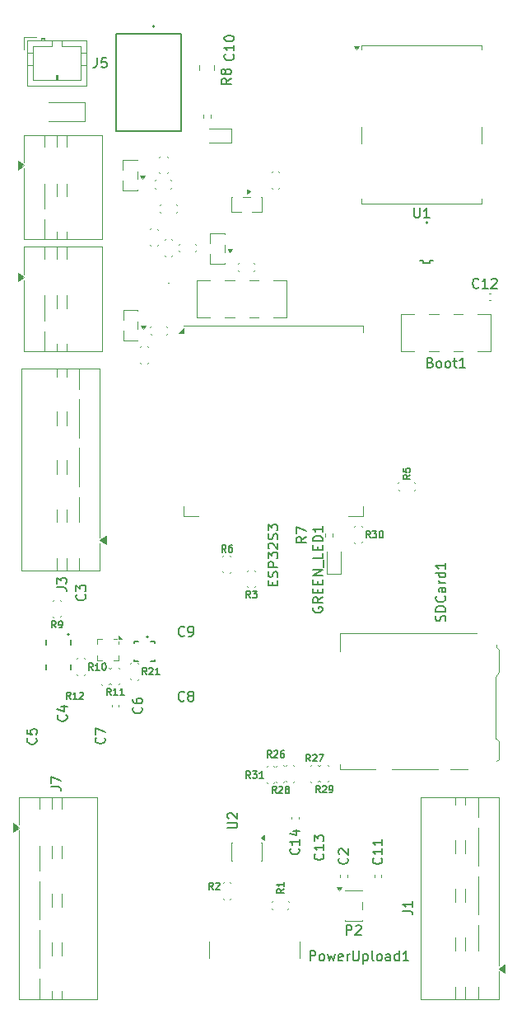
<source format=gbr>
G04 #@! TF.GenerationSoftware,KiCad,Pcbnew,9.0.6*
G04 #@! TF.CreationDate,2026-01-01T21:38:39-05:00*
G04 #@! TF.ProjectId,Experimental,45787065-7269-46d6-956e-74616c2e6b69,rev?*
G04 #@! TF.SameCoordinates,Original*
G04 #@! TF.FileFunction,Legend,Top*
G04 #@! TF.FilePolarity,Positive*
%FSLAX46Y46*%
G04 Gerber Fmt 4.6, Leading zero omitted, Abs format (unit mm)*
G04 Created by KiCad (PCBNEW 9.0.6) date 2026-01-01 21:38:39*
%MOMM*%
%LPD*%
G01*
G04 APERTURE LIST*
%ADD10C,0.150000*%
%ADD11C,0.120000*%
%ADD12C,0.076200*%
%ADD13C,0.200000*%
%ADD14C,0.127000*%
%ADD15C,0.100000*%
G04 APERTURE END LIST*
D10*
X147857142Y-76526330D02*
X147809523Y-76573950D01*
X147809523Y-76573950D02*
X147666666Y-76621569D01*
X147666666Y-76621569D02*
X147571428Y-76621569D01*
X147571428Y-76621569D02*
X147428571Y-76573950D01*
X147428571Y-76573950D02*
X147333333Y-76478711D01*
X147333333Y-76478711D02*
X147285714Y-76383473D01*
X147285714Y-76383473D02*
X147238095Y-76192997D01*
X147238095Y-76192997D02*
X147238095Y-76050140D01*
X147238095Y-76050140D02*
X147285714Y-75859664D01*
X147285714Y-75859664D02*
X147333333Y-75764426D01*
X147333333Y-75764426D02*
X147428571Y-75669188D01*
X147428571Y-75669188D02*
X147571428Y-75621569D01*
X147571428Y-75621569D02*
X147666666Y-75621569D01*
X147666666Y-75621569D02*
X147809523Y-75669188D01*
X147809523Y-75669188D02*
X147857142Y-75716807D01*
X148809523Y-76621569D02*
X148238095Y-76621569D01*
X148523809Y-76621569D02*
X148523809Y-75621569D01*
X148523809Y-75621569D02*
X148428571Y-75764426D01*
X148428571Y-75764426D02*
X148333333Y-75859664D01*
X148333333Y-75859664D02*
X148238095Y-75907283D01*
X149190476Y-75716807D02*
X149238095Y-75669188D01*
X149238095Y-75669188D02*
X149333333Y-75621569D01*
X149333333Y-75621569D02*
X149571428Y-75621569D01*
X149571428Y-75621569D02*
X149666666Y-75669188D01*
X149666666Y-75669188D02*
X149714285Y-75716807D01*
X149714285Y-75716807D02*
X149761904Y-75812045D01*
X149761904Y-75812045D02*
X149761904Y-75907283D01*
X149761904Y-75907283D02*
X149714285Y-76050140D01*
X149714285Y-76050140D02*
X149142857Y-76621569D01*
X149142857Y-76621569D02*
X149761904Y-76621569D01*
X130859188Y-109400952D02*
X130811569Y-109496190D01*
X130811569Y-109496190D02*
X130811569Y-109639047D01*
X130811569Y-109639047D02*
X130859188Y-109781904D01*
X130859188Y-109781904D02*
X130954426Y-109877142D01*
X130954426Y-109877142D02*
X131049664Y-109924761D01*
X131049664Y-109924761D02*
X131240140Y-109972380D01*
X131240140Y-109972380D02*
X131382997Y-109972380D01*
X131382997Y-109972380D02*
X131573473Y-109924761D01*
X131573473Y-109924761D02*
X131668711Y-109877142D01*
X131668711Y-109877142D02*
X131763950Y-109781904D01*
X131763950Y-109781904D02*
X131811569Y-109639047D01*
X131811569Y-109639047D02*
X131811569Y-109543809D01*
X131811569Y-109543809D02*
X131763950Y-109400952D01*
X131763950Y-109400952D02*
X131716330Y-109353333D01*
X131716330Y-109353333D02*
X131382997Y-109353333D01*
X131382997Y-109353333D02*
X131382997Y-109543809D01*
X131811569Y-108353333D02*
X131335378Y-108686666D01*
X131811569Y-108924761D02*
X130811569Y-108924761D01*
X130811569Y-108924761D02*
X130811569Y-108543809D01*
X130811569Y-108543809D02*
X130859188Y-108448571D01*
X130859188Y-108448571D02*
X130906807Y-108400952D01*
X130906807Y-108400952D02*
X131002045Y-108353333D01*
X131002045Y-108353333D02*
X131144902Y-108353333D01*
X131144902Y-108353333D02*
X131240140Y-108400952D01*
X131240140Y-108400952D02*
X131287759Y-108448571D01*
X131287759Y-108448571D02*
X131335378Y-108543809D01*
X131335378Y-108543809D02*
X131335378Y-108924761D01*
X131287759Y-107924761D02*
X131287759Y-107591428D01*
X131811569Y-107448571D02*
X131811569Y-107924761D01*
X131811569Y-107924761D02*
X130811569Y-107924761D01*
X130811569Y-107924761D02*
X130811569Y-107448571D01*
X131287759Y-107019999D02*
X131287759Y-106686666D01*
X131811569Y-106543809D02*
X131811569Y-107019999D01*
X131811569Y-107019999D02*
X130811569Y-107019999D01*
X130811569Y-107019999D02*
X130811569Y-106543809D01*
X131811569Y-106115237D02*
X130811569Y-106115237D01*
X130811569Y-106115237D02*
X131811569Y-105543809D01*
X131811569Y-105543809D02*
X130811569Y-105543809D01*
X131906807Y-105305714D02*
X131906807Y-104543809D01*
X131811569Y-103829523D02*
X131811569Y-104305713D01*
X131811569Y-104305713D02*
X130811569Y-104305713D01*
X131287759Y-103496189D02*
X131287759Y-103162856D01*
X131811569Y-103019999D02*
X131811569Y-103496189D01*
X131811569Y-103496189D02*
X130811569Y-103496189D01*
X130811569Y-103496189D02*
X130811569Y-103019999D01*
X131811569Y-102591427D02*
X130811569Y-102591427D01*
X130811569Y-102591427D02*
X130811569Y-102353332D01*
X130811569Y-102353332D02*
X130859188Y-102210475D01*
X130859188Y-102210475D02*
X130954426Y-102115237D01*
X130954426Y-102115237D02*
X131049664Y-102067618D01*
X131049664Y-102067618D02*
X131240140Y-102019999D01*
X131240140Y-102019999D02*
X131382997Y-102019999D01*
X131382997Y-102019999D02*
X131573473Y-102067618D01*
X131573473Y-102067618D02*
X131668711Y-102115237D01*
X131668711Y-102115237D02*
X131763950Y-102210475D01*
X131763950Y-102210475D02*
X131811569Y-102353332D01*
X131811569Y-102353332D02*
X131811569Y-102591427D01*
X131811569Y-101067618D02*
X131811569Y-101639046D01*
X131811569Y-101353332D02*
X130811569Y-101353332D01*
X130811569Y-101353332D02*
X130954426Y-101448570D01*
X130954426Y-101448570D02*
X131049664Y-101543808D01*
X131049664Y-101543808D02*
X131097283Y-101639046D01*
X122404819Y-55070475D02*
X121928628Y-55403808D01*
X122404819Y-55641903D02*
X121404819Y-55641903D01*
X121404819Y-55641903D02*
X121404819Y-55260951D01*
X121404819Y-55260951D02*
X121452438Y-55165713D01*
X121452438Y-55165713D02*
X121500057Y-55118094D01*
X121500057Y-55118094D02*
X121595295Y-55070475D01*
X121595295Y-55070475D02*
X121738152Y-55070475D01*
X121738152Y-55070475D02*
X121833390Y-55118094D01*
X121833390Y-55118094D02*
X121881009Y-55165713D01*
X121881009Y-55165713D02*
X121928628Y-55260951D01*
X121928628Y-55260951D02*
X121928628Y-55641903D01*
X121833390Y-54499046D02*
X121785771Y-54594284D01*
X121785771Y-54594284D02*
X121738152Y-54641903D01*
X121738152Y-54641903D02*
X121642914Y-54689522D01*
X121642914Y-54689522D02*
X121595295Y-54689522D01*
X121595295Y-54689522D02*
X121500057Y-54641903D01*
X121500057Y-54641903D02*
X121452438Y-54594284D01*
X121452438Y-54594284D02*
X121404819Y-54499046D01*
X121404819Y-54499046D02*
X121404819Y-54308570D01*
X121404819Y-54308570D02*
X121452438Y-54213332D01*
X121452438Y-54213332D02*
X121500057Y-54165713D01*
X121500057Y-54165713D02*
X121595295Y-54118094D01*
X121595295Y-54118094D02*
X121642914Y-54118094D01*
X121642914Y-54118094D02*
X121738152Y-54165713D01*
X121738152Y-54165713D02*
X121785771Y-54213332D01*
X121785771Y-54213332D02*
X121833390Y-54308570D01*
X121833390Y-54308570D02*
X121833390Y-54499046D01*
X121833390Y-54499046D02*
X121881009Y-54594284D01*
X121881009Y-54594284D02*
X121928628Y-54641903D01*
X121928628Y-54641903D02*
X122023866Y-54689522D01*
X122023866Y-54689522D02*
X122214342Y-54689522D01*
X122214342Y-54689522D02*
X122309580Y-54641903D01*
X122309580Y-54641903D02*
X122357200Y-54594284D01*
X122357200Y-54594284D02*
X122404819Y-54499046D01*
X122404819Y-54499046D02*
X122404819Y-54308570D01*
X122404819Y-54308570D02*
X122357200Y-54213332D01*
X122357200Y-54213332D02*
X122309580Y-54165713D01*
X122309580Y-54165713D02*
X122214342Y-54118094D01*
X122214342Y-54118094D02*
X122023866Y-54118094D01*
X122023866Y-54118094D02*
X121928628Y-54165713D01*
X121928628Y-54165713D02*
X121881009Y-54213332D01*
X121881009Y-54213332D02*
X121833390Y-54308570D01*
X124383110Y-108417288D02*
X124149330Y-108083316D01*
X123982344Y-108417288D02*
X123982344Y-107715948D01*
X123982344Y-107715948D02*
X124249521Y-107715948D01*
X124249521Y-107715948D02*
X124316316Y-107749345D01*
X124316316Y-107749345D02*
X124349713Y-107782742D01*
X124349713Y-107782742D02*
X124383110Y-107849536D01*
X124383110Y-107849536D02*
X124383110Y-107949728D01*
X124383110Y-107949728D02*
X124349713Y-108016522D01*
X124349713Y-108016522D02*
X124316316Y-108049919D01*
X124316316Y-108049919D02*
X124249521Y-108083316D01*
X124249521Y-108083316D02*
X123982344Y-108083316D01*
X124616890Y-107715948D02*
X125051053Y-107715948D01*
X125051053Y-107715948D02*
X124817273Y-107983125D01*
X124817273Y-107983125D02*
X124917464Y-107983125D01*
X124917464Y-107983125D02*
X124984259Y-108016522D01*
X124984259Y-108016522D02*
X125017656Y-108049919D01*
X125017656Y-108049919D02*
X125051053Y-108116713D01*
X125051053Y-108116713D02*
X125051053Y-108283699D01*
X125051053Y-108283699D02*
X125017656Y-108350493D01*
X125017656Y-108350493D02*
X124984259Y-108383891D01*
X124984259Y-108383891D02*
X124917464Y-108417288D01*
X124917464Y-108417288D02*
X124717081Y-108417288D01*
X124717081Y-108417288D02*
X124650287Y-108383891D01*
X124650287Y-108383891D02*
X124616890Y-108350493D01*
X130111569Y-102166666D02*
X129635378Y-102499999D01*
X130111569Y-102738094D02*
X129111569Y-102738094D01*
X129111569Y-102738094D02*
X129111569Y-102357142D01*
X129111569Y-102357142D02*
X129159188Y-102261904D01*
X129159188Y-102261904D02*
X129206807Y-102214285D01*
X129206807Y-102214285D02*
X129302045Y-102166666D01*
X129302045Y-102166666D02*
X129444902Y-102166666D01*
X129444902Y-102166666D02*
X129540140Y-102214285D01*
X129540140Y-102214285D02*
X129587759Y-102261904D01*
X129587759Y-102261904D02*
X129635378Y-102357142D01*
X129635378Y-102357142D02*
X129635378Y-102738094D01*
X129111569Y-101833332D02*
X129111569Y-101166666D01*
X129111569Y-101166666D02*
X130111569Y-101595237D01*
X142904761Y-84254259D02*
X143047618Y-84301878D01*
X143047618Y-84301878D02*
X143095237Y-84349497D01*
X143095237Y-84349497D02*
X143142856Y-84444735D01*
X143142856Y-84444735D02*
X143142856Y-84587592D01*
X143142856Y-84587592D02*
X143095237Y-84682830D01*
X143095237Y-84682830D02*
X143047618Y-84730450D01*
X143047618Y-84730450D02*
X142952380Y-84778069D01*
X142952380Y-84778069D02*
X142571428Y-84778069D01*
X142571428Y-84778069D02*
X142571428Y-83778069D01*
X142571428Y-83778069D02*
X142904761Y-83778069D01*
X142904761Y-83778069D02*
X142999999Y-83825688D01*
X142999999Y-83825688D02*
X143047618Y-83873307D01*
X143047618Y-83873307D02*
X143095237Y-83968545D01*
X143095237Y-83968545D02*
X143095237Y-84063783D01*
X143095237Y-84063783D02*
X143047618Y-84159021D01*
X143047618Y-84159021D02*
X142999999Y-84206640D01*
X142999999Y-84206640D02*
X142904761Y-84254259D01*
X142904761Y-84254259D02*
X142571428Y-84254259D01*
X143714285Y-84778069D02*
X143619047Y-84730450D01*
X143619047Y-84730450D02*
X143571428Y-84682830D01*
X143571428Y-84682830D02*
X143523809Y-84587592D01*
X143523809Y-84587592D02*
X143523809Y-84301878D01*
X143523809Y-84301878D02*
X143571428Y-84206640D01*
X143571428Y-84206640D02*
X143619047Y-84159021D01*
X143619047Y-84159021D02*
X143714285Y-84111402D01*
X143714285Y-84111402D02*
X143857142Y-84111402D01*
X143857142Y-84111402D02*
X143952380Y-84159021D01*
X143952380Y-84159021D02*
X143999999Y-84206640D01*
X143999999Y-84206640D02*
X144047618Y-84301878D01*
X144047618Y-84301878D02*
X144047618Y-84587592D01*
X144047618Y-84587592D02*
X143999999Y-84682830D01*
X143999999Y-84682830D02*
X143952380Y-84730450D01*
X143952380Y-84730450D02*
X143857142Y-84778069D01*
X143857142Y-84778069D02*
X143714285Y-84778069D01*
X144619047Y-84778069D02*
X144523809Y-84730450D01*
X144523809Y-84730450D02*
X144476190Y-84682830D01*
X144476190Y-84682830D02*
X144428571Y-84587592D01*
X144428571Y-84587592D02*
X144428571Y-84301878D01*
X144428571Y-84301878D02*
X144476190Y-84206640D01*
X144476190Y-84206640D02*
X144523809Y-84159021D01*
X144523809Y-84159021D02*
X144619047Y-84111402D01*
X144619047Y-84111402D02*
X144761904Y-84111402D01*
X144761904Y-84111402D02*
X144857142Y-84159021D01*
X144857142Y-84159021D02*
X144904761Y-84206640D01*
X144904761Y-84206640D02*
X144952380Y-84301878D01*
X144952380Y-84301878D02*
X144952380Y-84587592D01*
X144952380Y-84587592D02*
X144904761Y-84682830D01*
X144904761Y-84682830D02*
X144857142Y-84730450D01*
X144857142Y-84730450D02*
X144761904Y-84778069D01*
X144761904Y-84778069D02*
X144619047Y-84778069D01*
X145238095Y-84111402D02*
X145619047Y-84111402D01*
X145380952Y-83778069D02*
X145380952Y-84635211D01*
X145380952Y-84635211D02*
X145428571Y-84730450D01*
X145428571Y-84730450D02*
X145523809Y-84778069D01*
X145523809Y-84778069D02*
X145619047Y-84778069D01*
X146476190Y-84778069D02*
X145904762Y-84778069D01*
X146190476Y-84778069D02*
X146190476Y-83778069D01*
X146190476Y-83778069D02*
X146095238Y-83920926D01*
X146095238Y-83920926D02*
X146000000Y-84016164D01*
X146000000Y-84016164D02*
X145904762Y-84063783D01*
X141238095Y-68378069D02*
X141238095Y-69187592D01*
X141238095Y-69187592D02*
X141285714Y-69282830D01*
X141285714Y-69282830D02*
X141333333Y-69330450D01*
X141333333Y-69330450D02*
X141428571Y-69378069D01*
X141428571Y-69378069D02*
X141619047Y-69378069D01*
X141619047Y-69378069D02*
X141714285Y-69330450D01*
X141714285Y-69330450D02*
X141761904Y-69282830D01*
X141761904Y-69282830D02*
X141809523Y-69187592D01*
X141809523Y-69187592D02*
X141809523Y-68378069D01*
X142809523Y-69378069D02*
X142238095Y-69378069D01*
X142523809Y-69378069D02*
X142523809Y-68378069D01*
X142523809Y-68378069D02*
X142428571Y-68520926D01*
X142428571Y-68520926D02*
X142333333Y-68616164D01*
X142333333Y-68616164D02*
X142238095Y-68663783D01*
X104487319Y-107340476D02*
X105201604Y-107340476D01*
X105201604Y-107340476D02*
X105344461Y-107388095D01*
X105344461Y-107388095D02*
X105439700Y-107483333D01*
X105439700Y-107483333D02*
X105487319Y-107626190D01*
X105487319Y-107626190D02*
X105487319Y-107721428D01*
X104487319Y-106959523D02*
X104487319Y-106340476D01*
X104487319Y-106340476D02*
X104868271Y-106673809D01*
X104868271Y-106673809D02*
X104868271Y-106530952D01*
X104868271Y-106530952D02*
X104915890Y-106435714D01*
X104915890Y-106435714D02*
X104963509Y-106388095D01*
X104963509Y-106388095D02*
X105058747Y-106340476D01*
X105058747Y-106340476D02*
X105296842Y-106340476D01*
X105296842Y-106340476D02*
X105392080Y-106388095D01*
X105392080Y-106388095D02*
X105439700Y-106435714D01*
X105439700Y-106435714D02*
X105487319Y-106530952D01*
X105487319Y-106530952D02*
X105487319Y-106816666D01*
X105487319Y-106816666D02*
X105439700Y-106911904D01*
X105439700Y-106911904D02*
X105392080Y-106959523D01*
X140816654Y-95794781D02*
X140482682Y-96028561D01*
X140816654Y-96195547D02*
X140115314Y-96195547D01*
X140115314Y-96195547D02*
X140115314Y-95928370D01*
X140115314Y-95928370D02*
X140148711Y-95861575D01*
X140148711Y-95861575D02*
X140182108Y-95828178D01*
X140182108Y-95828178D02*
X140248902Y-95794781D01*
X140248902Y-95794781D02*
X140349094Y-95794781D01*
X140349094Y-95794781D02*
X140415888Y-95828178D01*
X140415888Y-95828178D02*
X140449285Y-95861575D01*
X140449285Y-95861575D02*
X140482682Y-95928370D01*
X140482682Y-95928370D02*
X140482682Y-96195547D01*
X140115314Y-95160235D02*
X140115314Y-95494207D01*
X140115314Y-95494207D02*
X140449285Y-95527604D01*
X140449285Y-95527604D02*
X140415888Y-95494207D01*
X140415888Y-95494207D02*
X140382491Y-95427413D01*
X140382491Y-95427413D02*
X140382491Y-95260427D01*
X140382491Y-95260427D02*
X140415888Y-95193633D01*
X140415888Y-95193633D02*
X140449285Y-95160235D01*
X140449285Y-95160235D02*
X140516079Y-95126838D01*
X140516079Y-95126838D02*
X140683065Y-95126838D01*
X140683065Y-95126838D02*
X140749859Y-95160235D01*
X140749859Y-95160235D02*
X140783257Y-95193633D01*
X140783257Y-95193633D02*
X140816654Y-95260427D01*
X140816654Y-95260427D02*
X140816654Y-95427413D01*
X140816654Y-95427413D02*
X140783257Y-95494207D01*
X140783257Y-95494207D02*
X140749859Y-95527604D01*
X117593333Y-112271330D02*
X117545714Y-112318950D01*
X117545714Y-112318950D02*
X117402857Y-112366569D01*
X117402857Y-112366569D02*
X117307619Y-112366569D01*
X117307619Y-112366569D02*
X117164762Y-112318950D01*
X117164762Y-112318950D02*
X117069524Y-112223711D01*
X117069524Y-112223711D02*
X117021905Y-112128473D01*
X117021905Y-112128473D02*
X116974286Y-111937997D01*
X116974286Y-111937997D02*
X116974286Y-111795140D01*
X116974286Y-111795140D02*
X117021905Y-111604664D01*
X117021905Y-111604664D02*
X117069524Y-111509426D01*
X117069524Y-111509426D02*
X117164762Y-111414188D01*
X117164762Y-111414188D02*
X117307619Y-111366569D01*
X117307619Y-111366569D02*
X117402857Y-111366569D01*
X117402857Y-111366569D02*
X117545714Y-111414188D01*
X117545714Y-111414188D02*
X117593333Y-111461807D01*
X118069524Y-112366569D02*
X118260000Y-112366569D01*
X118260000Y-112366569D02*
X118355238Y-112318950D01*
X118355238Y-112318950D02*
X118402857Y-112271330D01*
X118402857Y-112271330D02*
X118498095Y-112128473D01*
X118498095Y-112128473D02*
X118545714Y-111937997D01*
X118545714Y-111937997D02*
X118545714Y-111557045D01*
X118545714Y-111557045D02*
X118498095Y-111461807D01*
X118498095Y-111461807D02*
X118450476Y-111414188D01*
X118450476Y-111414188D02*
X118355238Y-111366569D01*
X118355238Y-111366569D02*
X118164762Y-111366569D01*
X118164762Y-111366569D02*
X118069524Y-111414188D01*
X118069524Y-111414188D02*
X118021905Y-111461807D01*
X118021905Y-111461807D02*
X117974286Y-111557045D01*
X117974286Y-111557045D02*
X117974286Y-111795140D01*
X117974286Y-111795140D02*
X118021905Y-111890378D01*
X118021905Y-111890378D02*
X118069524Y-111937997D01*
X118069524Y-111937997D02*
X118164762Y-111985616D01*
X118164762Y-111985616D02*
X118355238Y-111985616D01*
X118355238Y-111985616D02*
X118450476Y-111937997D01*
X118450476Y-111937997D02*
X118498095Y-111890378D01*
X118498095Y-111890378D02*
X118545714Y-111795140D01*
X122612830Y-52602857D02*
X122660450Y-52650476D01*
X122660450Y-52650476D02*
X122708069Y-52793333D01*
X122708069Y-52793333D02*
X122708069Y-52888571D01*
X122708069Y-52888571D02*
X122660450Y-53031428D01*
X122660450Y-53031428D02*
X122565211Y-53126666D01*
X122565211Y-53126666D02*
X122469973Y-53174285D01*
X122469973Y-53174285D02*
X122279497Y-53221904D01*
X122279497Y-53221904D02*
X122136640Y-53221904D01*
X122136640Y-53221904D02*
X121946164Y-53174285D01*
X121946164Y-53174285D02*
X121850926Y-53126666D01*
X121850926Y-53126666D02*
X121755688Y-53031428D01*
X121755688Y-53031428D02*
X121708069Y-52888571D01*
X121708069Y-52888571D02*
X121708069Y-52793333D01*
X121708069Y-52793333D02*
X121755688Y-52650476D01*
X121755688Y-52650476D02*
X121803307Y-52602857D01*
X122708069Y-51650476D02*
X122708069Y-52221904D01*
X122708069Y-51936190D02*
X121708069Y-51936190D01*
X121708069Y-51936190D02*
X121850926Y-52031428D01*
X121850926Y-52031428D02*
X121946164Y-52126666D01*
X121946164Y-52126666D02*
X121993783Y-52221904D01*
X121708069Y-51031428D02*
X121708069Y-50936190D01*
X121708069Y-50936190D02*
X121755688Y-50840952D01*
X121755688Y-50840952D02*
X121803307Y-50793333D01*
X121803307Y-50793333D02*
X121898545Y-50745714D01*
X121898545Y-50745714D02*
X122089021Y-50698095D01*
X122089021Y-50698095D02*
X122327116Y-50698095D01*
X122327116Y-50698095D02*
X122517592Y-50745714D01*
X122517592Y-50745714D02*
X122612830Y-50793333D01*
X122612830Y-50793333D02*
X122660450Y-50840952D01*
X122660450Y-50840952D02*
X122708069Y-50936190D01*
X122708069Y-50936190D02*
X122708069Y-51031428D01*
X122708069Y-51031428D02*
X122660450Y-51126666D01*
X122660450Y-51126666D02*
X122612830Y-51174285D01*
X122612830Y-51174285D02*
X122517592Y-51221904D01*
X122517592Y-51221904D02*
X122327116Y-51269523D01*
X122327116Y-51269523D02*
X122089021Y-51269523D01*
X122089021Y-51269523D02*
X121898545Y-51221904D01*
X121898545Y-51221904D02*
X121803307Y-51174285D01*
X121803307Y-51174285D02*
X121755688Y-51126666D01*
X121755688Y-51126666D02*
X121708069Y-51031428D01*
X136705217Y-102261154D02*
X136471437Y-101927182D01*
X136304451Y-102261154D02*
X136304451Y-101559814D01*
X136304451Y-101559814D02*
X136571628Y-101559814D01*
X136571628Y-101559814D02*
X136638423Y-101593211D01*
X136638423Y-101593211D02*
X136671820Y-101626608D01*
X136671820Y-101626608D02*
X136705217Y-101693402D01*
X136705217Y-101693402D02*
X136705217Y-101793594D01*
X136705217Y-101793594D02*
X136671820Y-101860388D01*
X136671820Y-101860388D02*
X136638423Y-101893785D01*
X136638423Y-101893785D02*
X136571628Y-101927182D01*
X136571628Y-101927182D02*
X136304451Y-101927182D01*
X136938997Y-101559814D02*
X137373160Y-101559814D01*
X137373160Y-101559814D02*
X137139380Y-101826991D01*
X137139380Y-101826991D02*
X137239571Y-101826991D01*
X137239571Y-101826991D02*
X137306366Y-101860388D01*
X137306366Y-101860388D02*
X137339763Y-101893785D01*
X137339763Y-101893785D02*
X137373160Y-101960579D01*
X137373160Y-101960579D02*
X137373160Y-102127565D01*
X137373160Y-102127565D02*
X137339763Y-102194359D01*
X137339763Y-102194359D02*
X137306366Y-102227757D01*
X137306366Y-102227757D02*
X137239571Y-102261154D01*
X137239571Y-102261154D02*
X137039188Y-102261154D01*
X137039188Y-102261154D02*
X136972394Y-102227757D01*
X136972394Y-102227757D02*
X136938997Y-102194359D01*
X137807323Y-101559814D02*
X137874117Y-101559814D01*
X137874117Y-101559814D02*
X137940911Y-101593211D01*
X137940911Y-101593211D02*
X137974309Y-101626608D01*
X137974309Y-101626608D02*
X138007706Y-101693402D01*
X138007706Y-101693402D02*
X138041103Y-101826991D01*
X138041103Y-101826991D02*
X138041103Y-101993977D01*
X138041103Y-101993977D02*
X138007706Y-102127565D01*
X138007706Y-102127565D02*
X137974309Y-102194359D01*
X137974309Y-102194359D02*
X137940911Y-102227757D01*
X137940911Y-102227757D02*
X137874117Y-102261154D01*
X137874117Y-102261154D02*
X137807323Y-102261154D01*
X137807323Y-102261154D02*
X137740529Y-102227757D01*
X137740529Y-102227757D02*
X137707131Y-102194359D01*
X137707131Y-102194359D02*
X137673734Y-102127565D01*
X137673734Y-102127565D02*
X137640337Y-101993977D01*
X137640337Y-101993977D02*
X137640337Y-101826991D01*
X137640337Y-101826991D02*
X137673734Y-101693402D01*
X137673734Y-101693402D02*
X137707131Y-101626608D01*
X137707131Y-101626608D02*
X137740529Y-101593211D01*
X137740529Y-101593211D02*
X137807323Y-101559814D01*
X104383110Y-111497788D02*
X104149330Y-111163816D01*
X103982344Y-111497788D02*
X103982344Y-110796448D01*
X103982344Y-110796448D02*
X104249521Y-110796448D01*
X104249521Y-110796448D02*
X104316316Y-110829845D01*
X104316316Y-110829845D02*
X104349713Y-110863242D01*
X104349713Y-110863242D02*
X104383110Y-110930036D01*
X104383110Y-110930036D02*
X104383110Y-111030228D01*
X104383110Y-111030228D02*
X104349713Y-111097022D01*
X104349713Y-111097022D02*
X104316316Y-111130419D01*
X104316316Y-111130419D02*
X104249521Y-111163816D01*
X104249521Y-111163816D02*
X103982344Y-111163816D01*
X104717081Y-111497788D02*
X104850670Y-111497788D01*
X104850670Y-111497788D02*
X104917464Y-111464391D01*
X104917464Y-111464391D02*
X104950861Y-111430993D01*
X104950861Y-111430993D02*
X105017656Y-111330802D01*
X105017656Y-111330802D02*
X105051053Y-111197213D01*
X105051053Y-111197213D02*
X105051053Y-110930036D01*
X105051053Y-110930036D02*
X105017656Y-110863242D01*
X105017656Y-110863242D02*
X104984259Y-110829845D01*
X104984259Y-110829845D02*
X104917464Y-110796448D01*
X104917464Y-110796448D02*
X104783876Y-110796448D01*
X104783876Y-110796448D02*
X104717081Y-110829845D01*
X104717081Y-110829845D02*
X104683684Y-110863242D01*
X104683684Y-110863242D02*
X104650287Y-110930036D01*
X104650287Y-110930036D02*
X104650287Y-111097022D01*
X104650287Y-111097022D02*
X104683684Y-111163816D01*
X104683684Y-111163816D02*
X104717081Y-111197213D01*
X104717081Y-111197213D02*
X104783876Y-111230611D01*
X104783876Y-111230611D02*
X104917464Y-111230611D01*
X104917464Y-111230611D02*
X104984259Y-111197213D01*
X104984259Y-111197213D02*
X105017656Y-111163816D01*
X105017656Y-111163816D02*
X105051053Y-111097022D01*
X108623809Y-52954819D02*
X108623809Y-53669104D01*
X108623809Y-53669104D02*
X108576190Y-53811961D01*
X108576190Y-53811961D02*
X108480952Y-53907200D01*
X108480952Y-53907200D02*
X108338095Y-53954819D01*
X108338095Y-53954819D02*
X108242857Y-53954819D01*
X109576190Y-52954819D02*
X109100000Y-52954819D01*
X109100000Y-52954819D02*
X109052381Y-53431009D01*
X109052381Y-53431009D02*
X109100000Y-53383390D01*
X109100000Y-53383390D02*
X109195238Y-53335771D01*
X109195238Y-53335771D02*
X109433333Y-53335771D01*
X109433333Y-53335771D02*
X109528571Y-53383390D01*
X109528571Y-53383390D02*
X109576190Y-53431009D01*
X109576190Y-53431009D02*
X109623809Y-53526247D01*
X109623809Y-53526247D02*
X109623809Y-53764342D01*
X109623809Y-53764342D02*
X109576190Y-53859580D01*
X109576190Y-53859580D02*
X109528571Y-53907200D01*
X109528571Y-53907200D02*
X109433333Y-53954819D01*
X109433333Y-53954819D02*
X109195238Y-53954819D01*
X109195238Y-53954819D02*
X109100000Y-53907200D01*
X109100000Y-53907200D02*
X109052381Y-53859580D01*
X126681009Y-107128570D02*
X126681009Y-106795237D01*
X127204819Y-106652380D02*
X127204819Y-107128570D01*
X127204819Y-107128570D02*
X126204819Y-107128570D01*
X126204819Y-107128570D02*
X126204819Y-106652380D01*
X127157200Y-106271427D02*
X127204819Y-106128570D01*
X127204819Y-106128570D02*
X127204819Y-105890475D01*
X127204819Y-105890475D02*
X127157200Y-105795237D01*
X127157200Y-105795237D02*
X127109580Y-105747618D01*
X127109580Y-105747618D02*
X127014342Y-105699999D01*
X127014342Y-105699999D02*
X126919104Y-105699999D01*
X126919104Y-105699999D02*
X126823866Y-105747618D01*
X126823866Y-105747618D02*
X126776247Y-105795237D01*
X126776247Y-105795237D02*
X126728628Y-105890475D01*
X126728628Y-105890475D02*
X126681009Y-106080951D01*
X126681009Y-106080951D02*
X126633390Y-106176189D01*
X126633390Y-106176189D02*
X126585771Y-106223808D01*
X126585771Y-106223808D02*
X126490533Y-106271427D01*
X126490533Y-106271427D02*
X126395295Y-106271427D01*
X126395295Y-106271427D02*
X126300057Y-106223808D01*
X126300057Y-106223808D02*
X126252438Y-106176189D01*
X126252438Y-106176189D02*
X126204819Y-106080951D01*
X126204819Y-106080951D02*
X126204819Y-105842856D01*
X126204819Y-105842856D02*
X126252438Y-105699999D01*
X127204819Y-105271427D02*
X126204819Y-105271427D01*
X126204819Y-105271427D02*
X126204819Y-104890475D01*
X126204819Y-104890475D02*
X126252438Y-104795237D01*
X126252438Y-104795237D02*
X126300057Y-104747618D01*
X126300057Y-104747618D02*
X126395295Y-104699999D01*
X126395295Y-104699999D02*
X126538152Y-104699999D01*
X126538152Y-104699999D02*
X126633390Y-104747618D01*
X126633390Y-104747618D02*
X126681009Y-104795237D01*
X126681009Y-104795237D02*
X126728628Y-104890475D01*
X126728628Y-104890475D02*
X126728628Y-105271427D01*
X126204819Y-104366665D02*
X126204819Y-103747618D01*
X126204819Y-103747618D02*
X126585771Y-104080951D01*
X126585771Y-104080951D02*
X126585771Y-103938094D01*
X126585771Y-103938094D02*
X126633390Y-103842856D01*
X126633390Y-103842856D02*
X126681009Y-103795237D01*
X126681009Y-103795237D02*
X126776247Y-103747618D01*
X126776247Y-103747618D02*
X127014342Y-103747618D01*
X127014342Y-103747618D02*
X127109580Y-103795237D01*
X127109580Y-103795237D02*
X127157200Y-103842856D01*
X127157200Y-103842856D02*
X127204819Y-103938094D01*
X127204819Y-103938094D02*
X127204819Y-104223808D01*
X127204819Y-104223808D02*
X127157200Y-104319046D01*
X127157200Y-104319046D02*
X127109580Y-104366665D01*
X126300057Y-103366665D02*
X126252438Y-103319046D01*
X126252438Y-103319046D02*
X126204819Y-103223808D01*
X126204819Y-103223808D02*
X126204819Y-102985713D01*
X126204819Y-102985713D02*
X126252438Y-102890475D01*
X126252438Y-102890475D02*
X126300057Y-102842856D01*
X126300057Y-102842856D02*
X126395295Y-102795237D01*
X126395295Y-102795237D02*
X126490533Y-102795237D01*
X126490533Y-102795237D02*
X126633390Y-102842856D01*
X126633390Y-102842856D02*
X127204819Y-103414284D01*
X127204819Y-103414284D02*
X127204819Y-102795237D01*
X127157200Y-102414284D02*
X127204819Y-102271427D01*
X127204819Y-102271427D02*
X127204819Y-102033332D01*
X127204819Y-102033332D02*
X127157200Y-101938094D01*
X127157200Y-101938094D02*
X127109580Y-101890475D01*
X127109580Y-101890475D02*
X127014342Y-101842856D01*
X127014342Y-101842856D02*
X126919104Y-101842856D01*
X126919104Y-101842856D02*
X126823866Y-101890475D01*
X126823866Y-101890475D02*
X126776247Y-101938094D01*
X126776247Y-101938094D02*
X126728628Y-102033332D01*
X126728628Y-102033332D02*
X126681009Y-102223808D01*
X126681009Y-102223808D02*
X126633390Y-102319046D01*
X126633390Y-102319046D02*
X126585771Y-102366665D01*
X126585771Y-102366665D02*
X126490533Y-102414284D01*
X126490533Y-102414284D02*
X126395295Y-102414284D01*
X126395295Y-102414284D02*
X126300057Y-102366665D01*
X126300057Y-102366665D02*
X126252438Y-102319046D01*
X126252438Y-102319046D02*
X126204819Y-102223808D01*
X126204819Y-102223808D02*
X126204819Y-101985713D01*
X126204819Y-101985713D02*
X126252438Y-101842856D01*
X126204819Y-101509522D02*
X126204819Y-100890475D01*
X126204819Y-100890475D02*
X126585771Y-101223808D01*
X126585771Y-101223808D02*
X126585771Y-101080951D01*
X126585771Y-101080951D02*
X126633390Y-100985713D01*
X126633390Y-100985713D02*
X126681009Y-100938094D01*
X126681009Y-100938094D02*
X126776247Y-100890475D01*
X126776247Y-100890475D02*
X127014342Y-100890475D01*
X127014342Y-100890475D02*
X127109580Y-100938094D01*
X127109580Y-100938094D02*
X127157200Y-100985713D01*
X127157200Y-100985713D02*
X127204819Y-101080951D01*
X127204819Y-101080951D02*
X127204819Y-101366665D01*
X127204819Y-101366665D02*
X127157200Y-101461903D01*
X127157200Y-101461903D02*
X127109580Y-101509522D01*
X121883110Y-103716020D02*
X121649330Y-103382048D01*
X121482344Y-103716020D02*
X121482344Y-103014680D01*
X121482344Y-103014680D02*
X121749521Y-103014680D01*
X121749521Y-103014680D02*
X121816316Y-103048077D01*
X121816316Y-103048077D02*
X121849713Y-103081474D01*
X121849713Y-103081474D02*
X121883110Y-103148268D01*
X121883110Y-103148268D02*
X121883110Y-103248460D01*
X121883110Y-103248460D02*
X121849713Y-103315254D01*
X121849713Y-103315254D02*
X121816316Y-103348651D01*
X121816316Y-103348651D02*
X121749521Y-103382048D01*
X121749521Y-103382048D02*
X121482344Y-103382048D01*
X122484259Y-103014680D02*
X122350670Y-103014680D01*
X122350670Y-103014680D02*
X122283876Y-103048077D01*
X122283876Y-103048077D02*
X122250479Y-103081474D01*
X122250479Y-103081474D02*
X122183684Y-103181665D01*
X122183684Y-103181665D02*
X122150287Y-103315254D01*
X122150287Y-103315254D02*
X122150287Y-103582431D01*
X122150287Y-103582431D02*
X122183684Y-103649225D01*
X122183684Y-103649225D02*
X122217081Y-103682623D01*
X122217081Y-103682623D02*
X122283876Y-103716020D01*
X122283876Y-103716020D02*
X122417464Y-103716020D01*
X122417464Y-103716020D02*
X122484259Y-103682623D01*
X122484259Y-103682623D02*
X122517656Y-103649225D01*
X122517656Y-103649225D02*
X122551053Y-103582431D01*
X122551053Y-103582431D02*
X122551053Y-103415445D01*
X122551053Y-103415445D02*
X122517656Y-103348651D01*
X122517656Y-103348651D02*
X122484259Y-103315254D01*
X122484259Y-103315254D02*
X122417464Y-103281857D01*
X122417464Y-103281857D02*
X122283876Y-103281857D01*
X122283876Y-103281857D02*
X122217081Y-103315254D01*
X122217081Y-103315254D02*
X122183684Y-103348651D01*
X122183684Y-103348651D02*
X122150287Y-103415445D01*
X107359580Y-108075475D02*
X107407200Y-108123094D01*
X107407200Y-108123094D02*
X107454819Y-108265951D01*
X107454819Y-108265951D02*
X107454819Y-108361189D01*
X107454819Y-108361189D02*
X107407200Y-108504046D01*
X107407200Y-108504046D02*
X107311961Y-108599284D01*
X107311961Y-108599284D02*
X107216723Y-108646903D01*
X107216723Y-108646903D02*
X107026247Y-108694522D01*
X107026247Y-108694522D02*
X106883390Y-108694522D01*
X106883390Y-108694522D02*
X106692914Y-108646903D01*
X106692914Y-108646903D02*
X106597676Y-108599284D01*
X106597676Y-108599284D02*
X106502438Y-108504046D01*
X106502438Y-108504046D02*
X106454819Y-108361189D01*
X106454819Y-108361189D02*
X106454819Y-108265951D01*
X106454819Y-108265951D02*
X106502438Y-108123094D01*
X106502438Y-108123094D02*
X106550057Y-108075475D01*
X106454819Y-107742141D02*
X106454819Y-107123094D01*
X106454819Y-107123094D02*
X106835771Y-107456427D01*
X106835771Y-107456427D02*
X106835771Y-107313570D01*
X106835771Y-107313570D02*
X106883390Y-107218332D01*
X106883390Y-107218332D02*
X106931009Y-107170713D01*
X106931009Y-107170713D02*
X107026247Y-107123094D01*
X107026247Y-107123094D02*
X107264342Y-107123094D01*
X107264342Y-107123094D02*
X107359580Y-107170713D01*
X107359580Y-107170713D02*
X107407200Y-107218332D01*
X107407200Y-107218332D02*
X107454819Y-107313570D01*
X107454819Y-107313570D02*
X107454819Y-107599284D01*
X107454819Y-107599284D02*
X107407200Y-107694522D01*
X107407200Y-107694522D02*
X107359580Y-107742141D01*
X144407200Y-110809523D02*
X144454819Y-110666666D01*
X144454819Y-110666666D02*
X144454819Y-110428571D01*
X144454819Y-110428571D02*
X144407200Y-110333333D01*
X144407200Y-110333333D02*
X144359580Y-110285714D01*
X144359580Y-110285714D02*
X144264342Y-110238095D01*
X144264342Y-110238095D02*
X144169104Y-110238095D01*
X144169104Y-110238095D02*
X144073866Y-110285714D01*
X144073866Y-110285714D02*
X144026247Y-110333333D01*
X144026247Y-110333333D02*
X143978628Y-110428571D01*
X143978628Y-110428571D02*
X143931009Y-110619047D01*
X143931009Y-110619047D02*
X143883390Y-110714285D01*
X143883390Y-110714285D02*
X143835771Y-110761904D01*
X143835771Y-110761904D02*
X143740533Y-110809523D01*
X143740533Y-110809523D02*
X143645295Y-110809523D01*
X143645295Y-110809523D02*
X143550057Y-110761904D01*
X143550057Y-110761904D02*
X143502438Y-110714285D01*
X143502438Y-110714285D02*
X143454819Y-110619047D01*
X143454819Y-110619047D02*
X143454819Y-110380952D01*
X143454819Y-110380952D02*
X143502438Y-110238095D01*
X144454819Y-109809523D02*
X143454819Y-109809523D01*
X143454819Y-109809523D02*
X143454819Y-109571428D01*
X143454819Y-109571428D02*
X143502438Y-109428571D01*
X143502438Y-109428571D02*
X143597676Y-109333333D01*
X143597676Y-109333333D02*
X143692914Y-109285714D01*
X143692914Y-109285714D02*
X143883390Y-109238095D01*
X143883390Y-109238095D02*
X144026247Y-109238095D01*
X144026247Y-109238095D02*
X144216723Y-109285714D01*
X144216723Y-109285714D02*
X144311961Y-109333333D01*
X144311961Y-109333333D02*
X144407200Y-109428571D01*
X144407200Y-109428571D02*
X144454819Y-109571428D01*
X144454819Y-109571428D02*
X144454819Y-109809523D01*
X144359580Y-108238095D02*
X144407200Y-108285714D01*
X144407200Y-108285714D02*
X144454819Y-108428571D01*
X144454819Y-108428571D02*
X144454819Y-108523809D01*
X144454819Y-108523809D02*
X144407200Y-108666666D01*
X144407200Y-108666666D02*
X144311961Y-108761904D01*
X144311961Y-108761904D02*
X144216723Y-108809523D01*
X144216723Y-108809523D02*
X144026247Y-108857142D01*
X144026247Y-108857142D02*
X143883390Y-108857142D01*
X143883390Y-108857142D02*
X143692914Y-108809523D01*
X143692914Y-108809523D02*
X143597676Y-108761904D01*
X143597676Y-108761904D02*
X143502438Y-108666666D01*
X143502438Y-108666666D02*
X143454819Y-108523809D01*
X143454819Y-108523809D02*
X143454819Y-108428571D01*
X143454819Y-108428571D02*
X143502438Y-108285714D01*
X143502438Y-108285714D02*
X143550057Y-108238095D01*
X144454819Y-107380952D02*
X143931009Y-107380952D01*
X143931009Y-107380952D02*
X143835771Y-107428571D01*
X143835771Y-107428571D02*
X143788152Y-107523809D01*
X143788152Y-107523809D02*
X143788152Y-107714285D01*
X143788152Y-107714285D02*
X143835771Y-107809523D01*
X144407200Y-107380952D02*
X144454819Y-107476190D01*
X144454819Y-107476190D02*
X144454819Y-107714285D01*
X144454819Y-107714285D02*
X144407200Y-107809523D01*
X144407200Y-107809523D02*
X144311961Y-107857142D01*
X144311961Y-107857142D02*
X144216723Y-107857142D01*
X144216723Y-107857142D02*
X144121485Y-107809523D01*
X144121485Y-107809523D02*
X144073866Y-107714285D01*
X144073866Y-107714285D02*
X144073866Y-107476190D01*
X144073866Y-107476190D02*
X144026247Y-107380952D01*
X144454819Y-106904761D02*
X143788152Y-106904761D01*
X143978628Y-106904761D02*
X143883390Y-106857142D01*
X143883390Y-106857142D02*
X143835771Y-106809523D01*
X143835771Y-106809523D02*
X143788152Y-106714285D01*
X143788152Y-106714285D02*
X143788152Y-106619047D01*
X144454819Y-105857142D02*
X143454819Y-105857142D01*
X144407200Y-105857142D02*
X144454819Y-105952380D01*
X144454819Y-105952380D02*
X144454819Y-106142856D01*
X144454819Y-106142856D02*
X144407200Y-106238094D01*
X144407200Y-106238094D02*
X144359580Y-106285713D01*
X144359580Y-106285713D02*
X144264342Y-106333332D01*
X144264342Y-106333332D02*
X143978628Y-106333332D01*
X143978628Y-106333332D02*
X143883390Y-106285713D01*
X143883390Y-106285713D02*
X143835771Y-106238094D01*
X143835771Y-106238094D02*
X143788152Y-106142856D01*
X143788152Y-106142856D02*
X143788152Y-105952380D01*
X143788152Y-105952380D02*
X143835771Y-105857142D01*
X144454819Y-104857142D02*
X144454819Y-105428570D01*
X144454819Y-105142856D02*
X143454819Y-105142856D01*
X143454819Y-105142856D02*
X143597676Y-105238094D01*
X143597676Y-105238094D02*
X143692914Y-105333332D01*
X143692914Y-105333332D02*
X143740533Y-105428570D01*
X103922319Y-127826190D02*
X104636604Y-127826190D01*
X104636604Y-127826190D02*
X104779461Y-127873809D01*
X104779461Y-127873809D02*
X104874700Y-127969047D01*
X104874700Y-127969047D02*
X104922319Y-128111904D01*
X104922319Y-128111904D02*
X104922319Y-128207142D01*
X103922319Y-127445237D02*
X103922319Y-126778571D01*
X103922319Y-126778571D02*
X104922319Y-127207142D01*
X124393059Y-126927654D02*
X124159279Y-126593682D01*
X123992293Y-126927654D02*
X123992293Y-126226314D01*
X123992293Y-126226314D02*
X124259470Y-126226314D01*
X124259470Y-126226314D02*
X124326265Y-126259711D01*
X124326265Y-126259711D02*
X124359662Y-126293108D01*
X124359662Y-126293108D02*
X124393059Y-126359902D01*
X124393059Y-126359902D02*
X124393059Y-126460094D01*
X124393059Y-126460094D02*
X124359662Y-126526888D01*
X124359662Y-126526888D02*
X124326265Y-126560285D01*
X124326265Y-126560285D02*
X124259470Y-126593682D01*
X124259470Y-126593682D02*
X123992293Y-126593682D01*
X124626839Y-126226314D02*
X125061002Y-126226314D01*
X125061002Y-126226314D02*
X124827222Y-126493491D01*
X124827222Y-126493491D02*
X124927413Y-126493491D01*
X124927413Y-126493491D02*
X124994208Y-126526888D01*
X124994208Y-126526888D02*
X125027605Y-126560285D01*
X125027605Y-126560285D02*
X125061002Y-126627079D01*
X125061002Y-126627079D02*
X125061002Y-126794065D01*
X125061002Y-126794065D02*
X125027605Y-126860859D01*
X125027605Y-126860859D02*
X124994208Y-126894257D01*
X124994208Y-126894257D02*
X124927413Y-126927654D01*
X124927413Y-126927654D02*
X124727030Y-126927654D01*
X124727030Y-126927654D02*
X124660236Y-126894257D01*
X124660236Y-126894257D02*
X124626839Y-126860859D01*
X125728945Y-126927654D02*
X125328179Y-126927654D01*
X125528562Y-126927654D02*
X125528562Y-126226314D01*
X125528562Y-126226314D02*
X125461768Y-126326505D01*
X125461768Y-126326505D02*
X125394973Y-126393299D01*
X125394973Y-126393299D02*
X125328179Y-126426697D01*
X131859580Y-134710238D02*
X131907200Y-134757857D01*
X131907200Y-134757857D02*
X131954819Y-134900714D01*
X131954819Y-134900714D02*
X131954819Y-134995952D01*
X131954819Y-134995952D02*
X131907200Y-135138809D01*
X131907200Y-135138809D02*
X131811961Y-135234047D01*
X131811961Y-135234047D02*
X131716723Y-135281666D01*
X131716723Y-135281666D02*
X131526247Y-135329285D01*
X131526247Y-135329285D02*
X131383390Y-135329285D01*
X131383390Y-135329285D02*
X131192914Y-135281666D01*
X131192914Y-135281666D02*
X131097676Y-135234047D01*
X131097676Y-135234047D02*
X131002438Y-135138809D01*
X131002438Y-135138809D02*
X130954819Y-134995952D01*
X130954819Y-134995952D02*
X130954819Y-134900714D01*
X130954819Y-134900714D02*
X131002438Y-134757857D01*
X131002438Y-134757857D02*
X131050057Y-134710238D01*
X131954819Y-133757857D02*
X131954819Y-134329285D01*
X131954819Y-134043571D02*
X130954819Y-134043571D01*
X130954819Y-134043571D02*
X131097676Y-134138809D01*
X131097676Y-134138809D02*
X131192914Y-134234047D01*
X131192914Y-134234047D02*
X131240533Y-134329285D01*
X130954819Y-133424523D02*
X130954819Y-132805476D01*
X130954819Y-132805476D02*
X131335771Y-133138809D01*
X131335771Y-133138809D02*
X131335771Y-132995952D01*
X131335771Y-132995952D02*
X131383390Y-132900714D01*
X131383390Y-132900714D02*
X131431009Y-132853095D01*
X131431009Y-132853095D02*
X131526247Y-132805476D01*
X131526247Y-132805476D02*
X131764342Y-132805476D01*
X131764342Y-132805476D02*
X131859580Y-132853095D01*
X131859580Y-132853095D02*
X131907200Y-132900714D01*
X131907200Y-132900714D02*
X131954819Y-132995952D01*
X131954819Y-132995952D02*
X131954819Y-133281666D01*
X131954819Y-133281666D02*
X131907200Y-133376904D01*
X131907200Y-133376904D02*
X131859580Y-133424523D01*
X113192830Y-119666666D02*
X113240450Y-119714285D01*
X113240450Y-119714285D02*
X113288069Y-119857142D01*
X113288069Y-119857142D02*
X113288069Y-119952380D01*
X113288069Y-119952380D02*
X113240450Y-120095237D01*
X113240450Y-120095237D02*
X113145211Y-120190475D01*
X113145211Y-120190475D02*
X113049973Y-120238094D01*
X113049973Y-120238094D02*
X112859497Y-120285713D01*
X112859497Y-120285713D02*
X112716640Y-120285713D01*
X112716640Y-120285713D02*
X112526164Y-120238094D01*
X112526164Y-120238094D02*
X112430926Y-120190475D01*
X112430926Y-120190475D02*
X112335688Y-120095237D01*
X112335688Y-120095237D02*
X112288069Y-119952380D01*
X112288069Y-119952380D02*
X112288069Y-119857142D01*
X112288069Y-119857142D02*
X112335688Y-119714285D01*
X112335688Y-119714285D02*
X112383307Y-119666666D01*
X112288069Y-118809523D02*
X112288069Y-118999999D01*
X112288069Y-118999999D02*
X112335688Y-119095237D01*
X112335688Y-119095237D02*
X112383307Y-119142856D01*
X112383307Y-119142856D02*
X112526164Y-119238094D01*
X112526164Y-119238094D02*
X112716640Y-119285713D01*
X112716640Y-119285713D02*
X113097592Y-119285713D01*
X113097592Y-119285713D02*
X113192830Y-119238094D01*
X113192830Y-119238094D02*
X113240450Y-119190475D01*
X113240450Y-119190475D02*
X113288069Y-119095237D01*
X113288069Y-119095237D02*
X113288069Y-118904761D01*
X113288069Y-118904761D02*
X113240450Y-118809523D01*
X113240450Y-118809523D02*
X113192830Y-118761904D01*
X113192830Y-118761904D02*
X113097592Y-118714285D01*
X113097592Y-118714285D02*
X112859497Y-118714285D01*
X112859497Y-118714285D02*
X112764259Y-118761904D01*
X112764259Y-118761904D02*
X112716640Y-118809523D01*
X112716640Y-118809523D02*
X112669021Y-118904761D01*
X112669021Y-118904761D02*
X112669021Y-119095237D01*
X112669021Y-119095237D02*
X112716640Y-119190475D01*
X112716640Y-119190475D02*
X112764259Y-119238094D01*
X112764259Y-119238094D02*
X112859497Y-119285713D01*
X127816654Y-138302358D02*
X127482682Y-138536138D01*
X127816654Y-138703124D02*
X127115314Y-138703124D01*
X127115314Y-138703124D02*
X127115314Y-138435947D01*
X127115314Y-138435947D02*
X127148711Y-138369152D01*
X127148711Y-138369152D02*
X127182108Y-138335755D01*
X127182108Y-138335755D02*
X127248902Y-138302358D01*
X127248902Y-138302358D02*
X127349094Y-138302358D01*
X127349094Y-138302358D02*
X127415888Y-138335755D01*
X127415888Y-138335755D02*
X127449285Y-138369152D01*
X127449285Y-138369152D02*
X127482682Y-138435947D01*
X127482682Y-138435947D02*
X127482682Y-138703124D01*
X127816654Y-137634415D02*
X127816654Y-138035181D01*
X127816654Y-137834798D02*
X127115314Y-137834798D01*
X127115314Y-137834798D02*
X127215505Y-137901592D01*
X127215505Y-137901592D02*
X127282299Y-137968387D01*
X127282299Y-137968387D02*
X127315697Y-138035181D01*
X134261905Y-143035646D02*
X134261905Y-142035646D01*
X134261905Y-142035646D02*
X134642857Y-142035646D01*
X134642857Y-142035646D02*
X134738095Y-142083265D01*
X134738095Y-142083265D02*
X134785714Y-142130884D01*
X134785714Y-142130884D02*
X134833333Y-142226122D01*
X134833333Y-142226122D02*
X134833333Y-142368979D01*
X134833333Y-142368979D02*
X134785714Y-142464217D01*
X134785714Y-142464217D02*
X134738095Y-142511836D01*
X134738095Y-142511836D02*
X134642857Y-142559455D01*
X134642857Y-142559455D02*
X134261905Y-142559455D01*
X135214286Y-142130884D02*
X135261905Y-142083265D01*
X135261905Y-142083265D02*
X135357143Y-142035646D01*
X135357143Y-142035646D02*
X135595238Y-142035646D01*
X135595238Y-142035646D02*
X135690476Y-142083265D01*
X135690476Y-142083265D02*
X135738095Y-142130884D01*
X135738095Y-142130884D02*
X135785714Y-142226122D01*
X135785714Y-142226122D02*
X135785714Y-142321360D01*
X135785714Y-142321360D02*
X135738095Y-142464217D01*
X135738095Y-142464217D02*
X135166667Y-143035646D01*
X135166667Y-143035646D02*
X135785714Y-143035646D01*
X105893059Y-118816654D02*
X105659279Y-118482682D01*
X105492293Y-118816654D02*
X105492293Y-118115314D01*
X105492293Y-118115314D02*
X105759470Y-118115314D01*
X105759470Y-118115314D02*
X105826265Y-118148711D01*
X105826265Y-118148711D02*
X105859662Y-118182108D01*
X105859662Y-118182108D02*
X105893059Y-118248902D01*
X105893059Y-118248902D02*
X105893059Y-118349094D01*
X105893059Y-118349094D02*
X105859662Y-118415888D01*
X105859662Y-118415888D02*
X105826265Y-118449285D01*
X105826265Y-118449285D02*
X105759470Y-118482682D01*
X105759470Y-118482682D02*
X105492293Y-118482682D01*
X106561002Y-118816654D02*
X106160236Y-118816654D01*
X106360619Y-118816654D02*
X106360619Y-118115314D01*
X106360619Y-118115314D02*
X106293825Y-118215505D01*
X106293825Y-118215505D02*
X106227030Y-118282299D01*
X106227030Y-118282299D02*
X106160236Y-118315697D01*
X106828179Y-118182108D02*
X106861576Y-118148711D01*
X106861576Y-118148711D02*
X106928371Y-118115314D01*
X106928371Y-118115314D02*
X107095356Y-118115314D01*
X107095356Y-118115314D02*
X107162151Y-118148711D01*
X107162151Y-118148711D02*
X107195548Y-118182108D01*
X107195548Y-118182108D02*
X107228945Y-118248902D01*
X107228945Y-118248902D02*
X107228945Y-118315697D01*
X107228945Y-118315697D02*
X107195548Y-118415888D01*
X107195548Y-118415888D02*
X106794782Y-118816654D01*
X106794782Y-118816654D02*
X107228945Y-118816654D01*
X110049138Y-118417288D02*
X109815358Y-118083316D01*
X109648372Y-118417288D02*
X109648372Y-117715948D01*
X109648372Y-117715948D02*
X109915549Y-117715948D01*
X109915549Y-117715948D02*
X109982344Y-117749345D01*
X109982344Y-117749345D02*
X110015741Y-117782742D01*
X110015741Y-117782742D02*
X110049138Y-117849536D01*
X110049138Y-117849536D02*
X110049138Y-117949728D01*
X110049138Y-117949728D02*
X110015741Y-118016522D01*
X110015741Y-118016522D02*
X109982344Y-118049919D01*
X109982344Y-118049919D02*
X109915549Y-118083316D01*
X109915549Y-118083316D02*
X109648372Y-118083316D01*
X110717081Y-118417288D02*
X110316315Y-118417288D01*
X110516698Y-118417288D02*
X110516698Y-117715948D01*
X110516698Y-117715948D02*
X110449904Y-117816139D01*
X110449904Y-117816139D02*
X110383109Y-117882933D01*
X110383109Y-117882933D02*
X110316315Y-117916331D01*
X111385024Y-118417288D02*
X110984258Y-118417288D01*
X111184641Y-118417288D02*
X111184641Y-117715948D01*
X111184641Y-117715948D02*
X111117847Y-117816139D01*
X111117847Y-117816139D02*
X111051052Y-117882933D01*
X111051052Y-117882933D02*
X110984258Y-117916331D01*
X117593333Y-118947830D02*
X117545714Y-118995450D01*
X117545714Y-118995450D02*
X117402857Y-119043069D01*
X117402857Y-119043069D02*
X117307619Y-119043069D01*
X117307619Y-119043069D02*
X117164762Y-118995450D01*
X117164762Y-118995450D02*
X117069524Y-118900211D01*
X117069524Y-118900211D02*
X117021905Y-118804973D01*
X117021905Y-118804973D02*
X116974286Y-118614497D01*
X116974286Y-118614497D02*
X116974286Y-118471640D01*
X116974286Y-118471640D02*
X117021905Y-118281164D01*
X117021905Y-118281164D02*
X117069524Y-118185926D01*
X117069524Y-118185926D02*
X117164762Y-118090688D01*
X117164762Y-118090688D02*
X117307619Y-118043069D01*
X117307619Y-118043069D02*
X117402857Y-118043069D01*
X117402857Y-118043069D02*
X117545714Y-118090688D01*
X117545714Y-118090688D02*
X117593333Y-118138307D01*
X118164762Y-118471640D02*
X118069524Y-118424021D01*
X118069524Y-118424021D02*
X118021905Y-118376402D01*
X118021905Y-118376402D02*
X117974286Y-118281164D01*
X117974286Y-118281164D02*
X117974286Y-118233545D01*
X117974286Y-118233545D02*
X118021905Y-118138307D01*
X118021905Y-118138307D02*
X118069524Y-118090688D01*
X118069524Y-118090688D02*
X118164762Y-118043069D01*
X118164762Y-118043069D02*
X118355238Y-118043069D01*
X118355238Y-118043069D02*
X118450476Y-118090688D01*
X118450476Y-118090688D02*
X118498095Y-118138307D01*
X118498095Y-118138307D02*
X118545714Y-118233545D01*
X118545714Y-118233545D02*
X118545714Y-118281164D01*
X118545714Y-118281164D02*
X118498095Y-118376402D01*
X118498095Y-118376402D02*
X118450476Y-118424021D01*
X118450476Y-118424021D02*
X118355238Y-118471640D01*
X118355238Y-118471640D02*
X118164762Y-118471640D01*
X118164762Y-118471640D02*
X118069524Y-118519259D01*
X118069524Y-118519259D02*
X118021905Y-118566878D01*
X118021905Y-118566878D02*
X117974286Y-118662116D01*
X117974286Y-118662116D02*
X117974286Y-118852592D01*
X117974286Y-118852592D02*
X118021905Y-118947830D01*
X118021905Y-118947830D02*
X118069524Y-118995450D01*
X118069524Y-118995450D02*
X118164762Y-119043069D01*
X118164762Y-119043069D02*
X118355238Y-119043069D01*
X118355238Y-119043069D02*
X118450476Y-118995450D01*
X118450476Y-118995450D02*
X118498095Y-118947830D01*
X118498095Y-118947830D02*
X118545714Y-118852592D01*
X118545714Y-118852592D02*
X118545714Y-118662116D01*
X118545714Y-118662116D02*
X118498095Y-118566878D01*
X118498095Y-118566878D02*
X118450476Y-118519259D01*
X118450476Y-118519259D02*
X118355238Y-118471640D01*
X122042319Y-132069481D02*
X122851842Y-132069481D01*
X122851842Y-132069481D02*
X122947080Y-132021862D01*
X122947080Y-132021862D02*
X122994700Y-131974243D01*
X122994700Y-131974243D02*
X123042319Y-131879005D01*
X123042319Y-131879005D02*
X123042319Y-131688529D01*
X123042319Y-131688529D02*
X122994700Y-131593291D01*
X122994700Y-131593291D02*
X122947080Y-131545672D01*
X122947080Y-131545672D02*
X122851842Y-131498053D01*
X122851842Y-131498053D02*
X122042319Y-131498053D01*
X122137557Y-131069481D02*
X122089938Y-131021862D01*
X122089938Y-131021862D02*
X122042319Y-130926624D01*
X122042319Y-130926624D02*
X122042319Y-130688529D01*
X122042319Y-130688529D02*
X122089938Y-130593291D01*
X122089938Y-130593291D02*
X122137557Y-130545672D01*
X122137557Y-130545672D02*
X122232795Y-130498053D01*
X122232795Y-130498053D02*
X122328033Y-130498053D01*
X122328033Y-130498053D02*
X122470890Y-130545672D01*
X122470890Y-130545672D02*
X123042319Y-131117100D01*
X123042319Y-131117100D02*
X123042319Y-130498053D01*
X108205217Y-115841654D02*
X107971437Y-115507682D01*
X107804451Y-115841654D02*
X107804451Y-115140314D01*
X107804451Y-115140314D02*
X108071628Y-115140314D01*
X108071628Y-115140314D02*
X108138423Y-115173711D01*
X108138423Y-115173711D02*
X108171820Y-115207108D01*
X108171820Y-115207108D02*
X108205217Y-115273902D01*
X108205217Y-115273902D02*
X108205217Y-115374094D01*
X108205217Y-115374094D02*
X108171820Y-115440888D01*
X108171820Y-115440888D02*
X108138423Y-115474285D01*
X108138423Y-115474285D02*
X108071628Y-115507682D01*
X108071628Y-115507682D02*
X107804451Y-115507682D01*
X108873160Y-115841654D02*
X108472394Y-115841654D01*
X108672777Y-115841654D02*
X108672777Y-115140314D01*
X108672777Y-115140314D02*
X108605983Y-115240505D01*
X108605983Y-115240505D02*
X108539188Y-115307299D01*
X108539188Y-115307299D02*
X108472394Y-115340697D01*
X109307323Y-115140314D02*
X109374117Y-115140314D01*
X109374117Y-115140314D02*
X109440911Y-115173711D01*
X109440911Y-115173711D02*
X109474309Y-115207108D01*
X109474309Y-115207108D02*
X109507706Y-115273902D01*
X109507706Y-115273902D02*
X109541103Y-115407491D01*
X109541103Y-115407491D02*
X109541103Y-115574477D01*
X109541103Y-115574477D02*
X109507706Y-115708065D01*
X109507706Y-115708065D02*
X109474309Y-115774859D01*
X109474309Y-115774859D02*
X109440911Y-115808257D01*
X109440911Y-115808257D02*
X109374117Y-115841654D01*
X109374117Y-115841654D02*
X109307323Y-115841654D01*
X109307323Y-115841654D02*
X109240529Y-115808257D01*
X109240529Y-115808257D02*
X109207131Y-115774859D01*
X109207131Y-115774859D02*
X109173734Y-115708065D01*
X109173734Y-115708065D02*
X109140337Y-115574477D01*
X109140337Y-115574477D02*
X109140337Y-115407491D01*
X109140337Y-115407491D02*
X109173734Y-115273902D01*
X109173734Y-115273902D02*
X109207131Y-115207108D01*
X109207131Y-115207108D02*
X109240529Y-115173711D01*
X109240529Y-115173711D02*
X109307323Y-115140314D01*
X140081569Y-140583333D02*
X140795854Y-140583333D01*
X140795854Y-140583333D02*
X140938711Y-140630952D01*
X140938711Y-140630952D02*
X141033950Y-140726190D01*
X141033950Y-140726190D02*
X141081569Y-140869047D01*
X141081569Y-140869047D02*
X141081569Y-140964285D01*
X141081569Y-139583333D02*
X141081569Y-140154761D01*
X141081569Y-139869047D02*
X140081569Y-139869047D01*
X140081569Y-139869047D02*
X140224426Y-139964285D01*
X140224426Y-139964285D02*
X140319664Y-140059523D01*
X140319664Y-140059523D02*
X140367283Y-140154761D01*
X113705217Y-116316654D02*
X113471437Y-115982682D01*
X113304451Y-116316654D02*
X113304451Y-115615314D01*
X113304451Y-115615314D02*
X113571628Y-115615314D01*
X113571628Y-115615314D02*
X113638423Y-115648711D01*
X113638423Y-115648711D02*
X113671820Y-115682108D01*
X113671820Y-115682108D02*
X113705217Y-115748902D01*
X113705217Y-115748902D02*
X113705217Y-115849094D01*
X113705217Y-115849094D02*
X113671820Y-115915888D01*
X113671820Y-115915888D02*
X113638423Y-115949285D01*
X113638423Y-115949285D02*
X113571628Y-115982682D01*
X113571628Y-115982682D02*
X113304451Y-115982682D01*
X113972394Y-115682108D02*
X114005791Y-115648711D01*
X114005791Y-115648711D02*
X114072586Y-115615314D01*
X114072586Y-115615314D02*
X114239571Y-115615314D01*
X114239571Y-115615314D02*
X114306366Y-115648711D01*
X114306366Y-115648711D02*
X114339763Y-115682108D01*
X114339763Y-115682108D02*
X114373160Y-115748902D01*
X114373160Y-115748902D02*
X114373160Y-115815697D01*
X114373160Y-115815697D02*
X114339763Y-115915888D01*
X114339763Y-115915888D02*
X113938997Y-116316654D01*
X113938997Y-116316654D02*
X114373160Y-116316654D01*
X115041103Y-116316654D02*
X114640337Y-116316654D01*
X114840720Y-116316654D02*
X114840720Y-115615314D01*
X114840720Y-115615314D02*
X114773926Y-115715505D01*
X114773926Y-115715505D02*
X114707131Y-115782299D01*
X114707131Y-115782299D02*
X114640337Y-115815697D01*
X120561002Y-138379731D02*
X120327222Y-138045759D01*
X120160236Y-138379731D02*
X120160236Y-137678391D01*
X120160236Y-137678391D02*
X120427413Y-137678391D01*
X120427413Y-137678391D02*
X120494208Y-137711788D01*
X120494208Y-137711788D02*
X120527605Y-137745185D01*
X120527605Y-137745185D02*
X120561002Y-137811979D01*
X120561002Y-137811979D02*
X120561002Y-137912171D01*
X120561002Y-137912171D02*
X120527605Y-137978965D01*
X120527605Y-137978965D02*
X120494208Y-138012362D01*
X120494208Y-138012362D02*
X120427413Y-138045759D01*
X120427413Y-138045759D02*
X120160236Y-138045759D01*
X120828179Y-137745185D02*
X120861576Y-137711788D01*
X120861576Y-137711788D02*
X120928371Y-137678391D01*
X120928371Y-137678391D02*
X121095356Y-137678391D01*
X121095356Y-137678391D02*
X121162151Y-137711788D01*
X121162151Y-137711788D02*
X121195548Y-137745185D01*
X121195548Y-137745185D02*
X121228945Y-137811979D01*
X121228945Y-137811979D02*
X121228945Y-137878774D01*
X121228945Y-137878774D02*
X121195548Y-137978965D01*
X121195548Y-137978965D02*
X120794782Y-138379731D01*
X120794782Y-138379731D02*
X121228945Y-138379731D01*
X109359580Y-122777856D02*
X109407200Y-122825475D01*
X109407200Y-122825475D02*
X109454819Y-122968332D01*
X109454819Y-122968332D02*
X109454819Y-123063570D01*
X109454819Y-123063570D02*
X109407200Y-123206427D01*
X109407200Y-123206427D02*
X109311961Y-123301665D01*
X109311961Y-123301665D02*
X109216723Y-123349284D01*
X109216723Y-123349284D02*
X109026247Y-123396903D01*
X109026247Y-123396903D02*
X108883390Y-123396903D01*
X108883390Y-123396903D02*
X108692914Y-123349284D01*
X108692914Y-123349284D02*
X108597676Y-123301665D01*
X108597676Y-123301665D02*
X108502438Y-123206427D01*
X108502438Y-123206427D02*
X108454819Y-123063570D01*
X108454819Y-123063570D02*
X108454819Y-122968332D01*
X108454819Y-122968332D02*
X108502438Y-122825475D01*
X108502438Y-122825475D02*
X108550057Y-122777856D01*
X108454819Y-122444522D02*
X108454819Y-121777856D01*
X108454819Y-121777856D02*
X109454819Y-122206427D01*
X126549138Y-124816654D02*
X126315358Y-124482682D01*
X126148372Y-124816654D02*
X126148372Y-124115314D01*
X126148372Y-124115314D02*
X126415549Y-124115314D01*
X126415549Y-124115314D02*
X126482344Y-124148711D01*
X126482344Y-124148711D02*
X126515741Y-124182108D01*
X126515741Y-124182108D02*
X126549138Y-124248902D01*
X126549138Y-124248902D02*
X126549138Y-124349094D01*
X126549138Y-124349094D02*
X126515741Y-124415888D01*
X126515741Y-124415888D02*
X126482344Y-124449285D01*
X126482344Y-124449285D02*
X126415549Y-124482682D01*
X126415549Y-124482682D02*
X126148372Y-124482682D01*
X126816315Y-124182108D02*
X126849712Y-124148711D01*
X126849712Y-124148711D02*
X126916507Y-124115314D01*
X126916507Y-124115314D02*
X127083492Y-124115314D01*
X127083492Y-124115314D02*
X127150287Y-124148711D01*
X127150287Y-124148711D02*
X127183684Y-124182108D01*
X127183684Y-124182108D02*
X127217081Y-124248902D01*
X127217081Y-124248902D02*
X127217081Y-124315697D01*
X127217081Y-124315697D02*
X127183684Y-124415888D01*
X127183684Y-124415888D02*
X126782918Y-124816654D01*
X126782918Y-124816654D02*
X127217081Y-124816654D01*
X127818230Y-124115314D02*
X127684641Y-124115314D01*
X127684641Y-124115314D02*
X127617847Y-124148711D01*
X127617847Y-124148711D02*
X127584450Y-124182108D01*
X127584450Y-124182108D02*
X127517655Y-124282299D01*
X127517655Y-124282299D02*
X127484258Y-124415888D01*
X127484258Y-124415888D02*
X127484258Y-124683065D01*
X127484258Y-124683065D02*
X127517655Y-124749859D01*
X127517655Y-124749859D02*
X127551052Y-124783257D01*
X127551052Y-124783257D02*
X127617847Y-124816654D01*
X127617847Y-124816654D02*
X127751435Y-124816654D01*
X127751435Y-124816654D02*
X127818230Y-124783257D01*
X127818230Y-124783257D02*
X127851627Y-124749859D01*
X127851627Y-124749859D02*
X127885024Y-124683065D01*
X127885024Y-124683065D02*
X127885024Y-124516079D01*
X127885024Y-124516079D02*
X127851627Y-124449285D01*
X127851627Y-124449285D02*
X127818230Y-124415888D01*
X127818230Y-124415888D02*
X127751435Y-124382491D01*
X127751435Y-124382491D02*
X127617847Y-124382491D01*
X127617847Y-124382491D02*
X127551052Y-124415888D01*
X127551052Y-124415888D02*
X127517655Y-124449285D01*
X127517655Y-124449285D02*
X127484258Y-124516079D01*
X130549138Y-125216020D02*
X130315358Y-124882048D01*
X130148372Y-125216020D02*
X130148372Y-124514680D01*
X130148372Y-124514680D02*
X130415549Y-124514680D01*
X130415549Y-124514680D02*
X130482344Y-124548077D01*
X130482344Y-124548077D02*
X130515741Y-124581474D01*
X130515741Y-124581474D02*
X130549138Y-124648268D01*
X130549138Y-124648268D02*
X130549138Y-124748460D01*
X130549138Y-124748460D02*
X130515741Y-124815254D01*
X130515741Y-124815254D02*
X130482344Y-124848651D01*
X130482344Y-124848651D02*
X130415549Y-124882048D01*
X130415549Y-124882048D02*
X130148372Y-124882048D01*
X130816315Y-124581474D02*
X130849712Y-124548077D01*
X130849712Y-124548077D02*
X130916507Y-124514680D01*
X130916507Y-124514680D02*
X131083492Y-124514680D01*
X131083492Y-124514680D02*
X131150287Y-124548077D01*
X131150287Y-124548077D02*
X131183684Y-124581474D01*
X131183684Y-124581474D02*
X131217081Y-124648268D01*
X131217081Y-124648268D02*
X131217081Y-124715063D01*
X131217081Y-124715063D02*
X131183684Y-124815254D01*
X131183684Y-124815254D02*
X130782918Y-125216020D01*
X130782918Y-125216020D02*
X131217081Y-125216020D01*
X131450861Y-124514680D02*
X131918421Y-124514680D01*
X131918421Y-124514680D02*
X131617847Y-125216020D01*
X105447830Y-120451666D02*
X105495450Y-120499285D01*
X105495450Y-120499285D02*
X105543069Y-120642142D01*
X105543069Y-120642142D02*
X105543069Y-120737380D01*
X105543069Y-120737380D02*
X105495450Y-120880237D01*
X105495450Y-120880237D02*
X105400211Y-120975475D01*
X105400211Y-120975475D02*
X105304973Y-121023094D01*
X105304973Y-121023094D02*
X105114497Y-121070713D01*
X105114497Y-121070713D02*
X104971640Y-121070713D01*
X104971640Y-121070713D02*
X104781164Y-121023094D01*
X104781164Y-121023094D02*
X104685926Y-120975475D01*
X104685926Y-120975475D02*
X104590688Y-120880237D01*
X104590688Y-120880237D02*
X104543069Y-120737380D01*
X104543069Y-120737380D02*
X104543069Y-120642142D01*
X104543069Y-120642142D02*
X104590688Y-120499285D01*
X104590688Y-120499285D02*
X104638307Y-120451666D01*
X104876402Y-119594523D02*
X105543069Y-119594523D01*
X104495450Y-119832618D02*
X105209735Y-120070713D01*
X105209735Y-120070713D02*
X105209735Y-119451666D01*
X127049138Y-128472788D02*
X126815358Y-128138816D01*
X126648372Y-128472788D02*
X126648372Y-127771448D01*
X126648372Y-127771448D02*
X126915549Y-127771448D01*
X126915549Y-127771448D02*
X126982344Y-127804845D01*
X126982344Y-127804845D02*
X127015741Y-127838242D01*
X127015741Y-127838242D02*
X127049138Y-127905036D01*
X127049138Y-127905036D02*
X127049138Y-128005228D01*
X127049138Y-128005228D02*
X127015741Y-128072022D01*
X127015741Y-128072022D02*
X126982344Y-128105419D01*
X126982344Y-128105419D02*
X126915549Y-128138816D01*
X126915549Y-128138816D02*
X126648372Y-128138816D01*
X127316315Y-127838242D02*
X127349712Y-127804845D01*
X127349712Y-127804845D02*
X127416507Y-127771448D01*
X127416507Y-127771448D02*
X127583492Y-127771448D01*
X127583492Y-127771448D02*
X127650287Y-127804845D01*
X127650287Y-127804845D02*
X127683684Y-127838242D01*
X127683684Y-127838242D02*
X127717081Y-127905036D01*
X127717081Y-127905036D02*
X127717081Y-127971831D01*
X127717081Y-127971831D02*
X127683684Y-128072022D01*
X127683684Y-128072022D02*
X127282918Y-128472788D01*
X127282918Y-128472788D02*
X127717081Y-128472788D01*
X128117847Y-128072022D02*
X128051052Y-128038625D01*
X128051052Y-128038625D02*
X128017655Y-128005228D01*
X128017655Y-128005228D02*
X127984258Y-127938433D01*
X127984258Y-127938433D02*
X127984258Y-127905036D01*
X127984258Y-127905036D02*
X128017655Y-127838242D01*
X128017655Y-127838242D02*
X128051052Y-127804845D01*
X128051052Y-127804845D02*
X128117847Y-127771448D01*
X128117847Y-127771448D02*
X128251435Y-127771448D01*
X128251435Y-127771448D02*
X128318230Y-127804845D01*
X128318230Y-127804845D02*
X128351627Y-127838242D01*
X128351627Y-127838242D02*
X128385024Y-127905036D01*
X128385024Y-127905036D02*
X128385024Y-127938433D01*
X128385024Y-127938433D02*
X128351627Y-128005228D01*
X128351627Y-128005228D02*
X128318230Y-128038625D01*
X128318230Y-128038625D02*
X128251435Y-128072022D01*
X128251435Y-128072022D02*
X128117847Y-128072022D01*
X128117847Y-128072022D02*
X128051052Y-128105419D01*
X128051052Y-128105419D02*
X128017655Y-128138816D01*
X128017655Y-128138816D02*
X127984258Y-128205611D01*
X127984258Y-128205611D02*
X127984258Y-128339199D01*
X127984258Y-128339199D02*
X128017655Y-128405993D01*
X128017655Y-128405993D02*
X128051052Y-128439391D01*
X128051052Y-128439391D02*
X128117847Y-128472788D01*
X128117847Y-128472788D02*
X128251435Y-128472788D01*
X128251435Y-128472788D02*
X128318230Y-128439391D01*
X128318230Y-128439391D02*
X128351627Y-128405993D01*
X128351627Y-128405993D02*
X128385024Y-128339199D01*
X128385024Y-128339199D02*
X128385024Y-128205611D01*
X128385024Y-128205611D02*
X128351627Y-128138816D01*
X128351627Y-128138816D02*
X128318230Y-128105419D01*
X128318230Y-128105419D02*
X128251435Y-128072022D01*
X131549138Y-128417288D02*
X131315358Y-128083316D01*
X131148372Y-128417288D02*
X131148372Y-127715948D01*
X131148372Y-127715948D02*
X131415549Y-127715948D01*
X131415549Y-127715948D02*
X131482344Y-127749345D01*
X131482344Y-127749345D02*
X131515741Y-127782742D01*
X131515741Y-127782742D02*
X131549138Y-127849536D01*
X131549138Y-127849536D02*
X131549138Y-127949728D01*
X131549138Y-127949728D02*
X131515741Y-128016522D01*
X131515741Y-128016522D02*
X131482344Y-128049919D01*
X131482344Y-128049919D02*
X131415549Y-128083316D01*
X131415549Y-128083316D02*
X131148372Y-128083316D01*
X131816315Y-127782742D02*
X131849712Y-127749345D01*
X131849712Y-127749345D02*
X131916507Y-127715948D01*
X131916507Y-127715948D02*
X132083492Y-127715948D01*
X132083492Y-127715948D02*
X132150287Y-127749345D01*
X132150287Y-127749345D02*
X132183684Y-127782742D01*
X132183684Y-127782742D02*
X132217081Y-127849536D01*
X132217081Y-127849536D02*
X132217081Y-127916331D01*
X132217081Y-127916331D02*
X132183684Y-128016522D01*
X132183684Y-128016522D02*
X131782918Y-128417288D01*
X131782918Y-128417288D02*
X132217081Y-128417288D01*
X132551052Y-128417288D02*
X132684641Y-128417288D01*
X132684641Y-128417288D02*
X132751435Y-128383891D01*
X132751435Y-128383891D02*
X132784832Y-128350493D01*
X132784832Y-128350493D02*
X132851627Y-128250302D01*
X132851627Y-128250302D02*
X132885024Y-128116713D01*
X132885024Y-128116713D02*
X132885024Y-127849536D01*
X132885024Y-127849536D02*
X132851627Y-127782742D01*
X132851627Y-127782742D02*
X132818230Y-127749345D01*
X132818230Y-127749345D02*
X132751435Y-127715948D01*
X132751435Y-127715948D02*
X132617847Y-127715948D01*
X132617847Y-127715948D02*
X132551052Y-127749345D01*
X132551052Y-127749345D02*
X132517655Y-127782742D01*
X132517655Y-127782742D02*
X132484258Y-127849536D01*
X132484258Y-127849536D02*
X132484258Y-128016522D01*
X132484258Y-128016522D02*
X132517655Y-128083316D01*
X132517655Y-128083316D02*
X132551052Y-128116713D01*
X132551052Y-128116713D02*
X132617847Y-128150111D01*
X132617847Y-128150111D02*
X132751435Y-128150111D01*
X132751435Y-128150111D02*
X132818230Y-128116713D01*
X132818230Y-128116713D02*
X132851627Y-128083316D01*
X132851627Y-128083316D02*
X132885024Y-128016522D01*
X137859580Y-135138053D02*
X137907200Y-135185672D01*
X137907200Y-135185672D02*
X137954819Y-135328529D01*
X137954819Y-135328529D02*
X137954819Y-135423767D01*
X137954819Y-135423767D02*
X137907200Y-135566624D01*
X137907200Y-135566624D02*
X137811961Y-135661862D01*
X137811961Y-135661862D02*
X137716723Y-135709481D01*
X137716723Y-135709481D02*
X137526247Y-135757100D01*
X137526247Y-135757100D02*
X137383390Y-135757100D01*
X137383390Y-135757100D02*
X137192914Y-135709481D01*
X137192914Y-135709481D02*
X137097676Y-135661862D01*
X137097676Y-135661862D02*
X137002438Y-135566624D01*
X137002438Y-135566624D02*
X136954819Y-135423767D01*
X136954819Y-135423767D02*
X136954819Y-135328529D01*
X136954819Y-135328529D02*
X137002438Y-135185672D01*
X137002438Y-135185672D02*
X137050057Y-135138053D01*
X137954819Y-134185672D02*
X137954819Y-134757100D01*
X137954819Y-134471386D02*
X136954819Y-134471386D01*
X136954819Y-134471386D02*
X137097676Y-134566624D01*
X137097676Y-134566624D02*
X137192914Y-134661862D01*
X137192914Y-134661862D02*
X137240533Y-134757100D01*
X137954819Y-133233291D02*
X137954819Y-133804719D01*
X137954819Y-133519005D02*
X136954819Y-133519005D01*
X136954819Y-133519005D02*
X137097676Y-133614243D01*
X137097676Y-133614243D02*
X137192914Y-133709481D01*
X137192914Y-133709481D02*
X137240533Y-133804719D01*
X134359580Y-135138052D02*
X134407200Y-135185671D01*
X134407200Y-135185671D02*
X134454819Y-135328528D01*
X134454819Y-135328528D02*
X134454819Y-135423766D01*
X134454819Y-135423766D02*
X134407200Y-135566623D01*
X134407200Y-135566623D02*
X134311961Y-135661861D01*
X134311961Y-135661861D02*
X134216723Y-135709480D01*
X134216723Y-135709480D02*
X134026247Y-135757099D01*
X134026247Y-135757099D02*
X133883390Y-135757099D01*
X133883390Y-135757099D02*
X133692914Y-135709480D01*
X133692914Y-135709480D02*
X133597676Y-135661861D01*
X133597676Y-135661861D02*
X133502438Y-135566623D01*
X133502438Y-135566623D02*
X133454819Y-135423766D01*
X133454819Y-135423766D02*
X133454819Y-135328528D01*
X133454819Y-135328528D02*
X133502438Y-135185671D01*
X133502438Y-135185671D02*
X133550057Y-135138052D01*
X133550057Y-134757099D02*
X133502438Y-134709480D01*
X133502438Y-134709480D02*
X133454819Y-134614242D01*
X133454819Y-134614242D02*
X133454819Y-134376147D01*
X133454819Y-134376147D02*
X133502438Y-134280909D01*
X133502438Y-134280909D02*
X133550057Y-134233290D01*
X133550057Y-134233290D02*
X133645295Y-134185671D01*
X133645295Y-134185671D02*
X133740533Y-134185671D01*
X133740533Y-134185671D02*
X133883390Y-134233290D01*
X133883390Y-134233290D02*
X134454819Y-134804718D01*
X134454819Y-134804718D02*
X134454819Y-134185671D01*
X129359580Y-134155238D02*
X129407200Y-134202857D01*
X129407200Y-134202857D02*
X129454819Y-134345714D01*
X129454819Y-134345714D02*
X129454819Y-134440952D01*
X129454819Y-134440952D02*
X129407200Y-134583809D01*
X129407200Y-134583809D02*
X129311961Y-134679047D01*
X129311961Y-134679047D02*
X129216723Y-134726666D01*
X129216723Y-134726666D02*
X129026247Y-134774285D01*
X129026247Y-134774285D02*
X128883390Y-134774285D01*
X128883390Y-134774285D02*
X128692914Y-134726666D01*
X128692914Y-134726666D02*
X128597676Y-134679047D01*
X128597676Y-134679047D02*
X128502438Y-134583809D01*
X128502438Y-134583809D02*
X128454819Y-134440952D01*
X128454819Y-134440952D02*
X128454819Y-134345714D01*
X128454819Y-134345714D02*
X128502438Y-134202857D01*
X128502438Y-134202857D02*
X128550057Y-134155238D01*
X129454819Y-133202857D02*
X129454819Y-133774285D01*
X129454819Y-133488571D02*
X128454819Y-133488571D01*
X128454819Y-133488571D02*
X128597676Y-133583809D01*
X128597676Y-133583809D02*
X128692914Y-133679047D01*
X128692914Y-133679047D02*
X128740533Y-133774285D01*
X128788152Y-132345714D02*
X129454819Y-132345714D01*
X128407200Y-132583809D02*
X129121485Y-132821904D01*
X129121485Y-132821904D02*
X129121485Y-132202857D01*
X102334580Y-122827856D02*
X102382200Y-122875475D01*
X102382200Y-122875475D02*
X102429819Y-123018332D01*
X102429819Y-123018332D02*
X102429819Y-123113570D01*
X102429819Y-123113570D02*
X102382200Y-123256427D01*
X102382200Y-123256427D02*
X102286961Y-123351665D01*
X102286961Y-123351665D02*
X102191723Y-123399284D01*
X102191723Y-123399284D02*
X102001247Y-123446903D01*
X102001247Y-123446903D02*
X101858390Y-123446903D01*
X101858390Y-123446903D02*
X101667914Y-123399284D01*
X101667914Y-123399284D02*
X101572676Y-123351665D01*
X101572676Y-123351665D02*
X101477438Y-123256427D01*
X101477438Y-123256427D02*
X101429819Y-123113570D01*
X101429819Y-123113570D02*
X101429819Y-123018332D01*
X101429819Y-123018332D02*
X101477438Y-122875475D01*
X101477438Y-122875475D02*
X101525057Y-122827856D01*
X101429819Y-121923094D02*
X101429819Y-122399284D01*
X101429819Y-122399284D02*
X101906009Y-122446903D01*
X101906009Y-122446903D02*
X101858390Y-122399284D01*
X101858390Y-122399284D02*
X101810771Y-122304046D01*
X101810771Y-122304046D02*
X101810771Y-122065951D01*
X101810771Y-122065951D02*
X101858390Y-121970713D01*
X101858390Y-121970713D02*
X101906009Y-121923094D01*
X101906009Y-121923094D02*
X102001247Y-121875475D01*
X102001247Y-121875475D02*
X102239342Y-121875475D01*
X102239342Y-121875475D02*
X102334580Y-121923094D01*
X102334580Y-121923094D02*
X102382200Y-121970713D01*
X102382200Y-121970713D02*
X102429819Y-122065951D01*
X102429819Y-122065951D02*
X102429819Y-122304046D01*
X102429819Y-122304046D02*
X102382200Y-122399284D01*
X102382200Y-122399284D02*
X102334580Y-122446903D01*
X130528095Y-145672396D02*
X130528095Y-144672396D01*
X130528095Y-144672396D02*
X130909047Y-144672396D01*
X130909047Y-144672396D02*
X131004285Y-144720015D01*
X131004285Y-144720015D02*
X131051904Y-144767634D01*
X131051904Y-144767634D02*
X131099523Y-144862872D01*
X131099523Y-144862872D02*
X131099523Y-145005729D01*
X131099523Y-145005729D02*
X131051904Y-145100967D01*
X131051904Y-145100967D02*
X131004285Y-145148586D01*
X131004285Y-145148586D02*
X130909047Y-145196205D01*
X130909047Y-145196205D02*
X130528095Y-145196205D01*
X131670952Y-145672396D02*
X131575714Y-145624777D01*
X131575714Y-145624777D02*
X131528095Y-145577157D01*
X131528095Y-145577157D02*
X131480476Y-145481919D01*
X131480476Y-145481919D02*
X131480476Y-145196205D01*
X131480476Y-145196205D02*
X131528095Y-145100967D01*
X131528095Y-145100967D02*
X131575714Y-145053348D01*
X131575714Y-145053348D02*
X131670952Y-145005729D01*
X131670952Y-145005729D02*
X131813809Y-145005729D01*
X131813809Y-145005729D02*
X131909047Y-145053348D01*
X131909047Y-145053348D02*
X131956666Y-145100967D01*
X131956666Y-145100967D02*
X132004285Y-145196205D01*
X132004285Y-145196205D02*
X132004285Y-145481919D01*
X132004285Y-145481919D02*
X131956666Y-145577157D01*
X131956666Y-145577157D02*
X131909047Y-145624777D01*
X131909047Y-145624777D02*
X131813809Y-145672396D01*
X131813809Y-145672396D02*
X131670952Y-145672396D01*
X132337619Y-145005729D02*
X132528095Y-145672396D01*
X132528095Y-145672396D02*
X132718571Y-145196205D01*
X132718571Y-145196205D02*
X132909047Y-145672396D01*
X132909047Y-145672396D02*
X133099523Y-145005729D01*
X133861428Y-145624777D02*
X133766190Y-145672396D01*
X133766190Y-145672396D02*
X133575714Y-145672396D01*
X133575714Y-145672396D02*
X133480476Y-145624777D01*
X133480476Y-145624777D02*
X133432857Y-145529538D01*
X133432857Y-145529538D02*
X133432857Y-145148586D01*
X133432857Y-145148586D02*
X133480476Y-145053348D01*
X133480476Y-145053348D02*
X133575714Y-145005729D01*
X133575714Y-145005729D02*
X133766190Y-145005729D01*
X133766190Y-145005729D02*
X133861428Y-145053348D01*
X133861428Y-145053348D02*
X133909047Y-145148586D01*
X133909047Y-145148586D02*
X133909047Y-145243824D01*
X133909047Y-145243824D02*
X133432857Y-145339062D01*
X134337619Y-145672396D02*
X134337619Y-145005729D01*
X134337619Y-145196205D02*
X134385238Y-145100967D01*
X134385238Y-145100967D02*
X134432857Y-145053348D01*
X134432857Y-145053348D02*
X134528095Y-145005729D01*
X134528095Y-145005729D02*
X134623333Y-145005729D01*
X134956667Y-144672396D02*
X134956667Y-145481919D01*
X134956667Y-145481919D02*
X135004286Y-145577157D01*
X135004286Y-145577157D02*
X135051905Y-145624777D01*
X135051905Y-145624777D02*
X135147143Y-145672396D01*
X135147143Y-145672396D02*
X135337619Y-145672396D01*
X135337619Y-145672396D02*
X135432857Y-145624777D01*
X135432857Y-145624777D02*
X135480476Y-145577157D01*
X135480476Y-145577157D02*
X135528095Y-145481919D01*
X135528095Y-145481919D02*
X135528095Y-144672396D01*
X136004286Y-145005729D02*
X136004286Y-146005729D01*
X136004286Y-145053348D02*
X136099524Y-145005729D01*
X136099524Y-145005729D02*
X136290000Y-145005729D01*
X136290000Y-145005729D02*
X136385238Y-145053348D01*
X136385238Y-145053348D02*
X136432857Y-145100967D01*
X136432857Y-145100967D02*
X136480476Y-145196205D01*
X136480476Y-145196205D02*
X136480476Y-145481919D01*
X136480476Y-145481919D02*
X136432857Y-145577157D01*
X136432857Y-145577157D02*
X136385238Y-145624777D01*
X136385238Y-145624777D02*
X136290000Y-145672396D01*
X136290000Y-145672396D02*
X136099524Y-145672396D01*
X136099524Y-145672396D02*
X136004286Y-145624777D01*
X137051905Y-145672396D02*
X136956667Y-145624777D01*
X136956667Y-145624777D02*
X136909048Y-145529538D01*
X136909048Y-145529538D02*
X136909048Y-144672396D01*
X137575715Y-145672396D02*
X137480477Y-145624777D01*
X137480477Y-145624777D02*
X137432858Y-145577157D01*
X137432858Y-145577157D02*
X137385239Y-145481919D01*
X137385239Y-145481919D02*
X137385239Y-145196205D01*
X137385239Y-145196205D02*
X137432858Y-145100967D01*
X137432858Y-145100967D02*
X137480477Y-145053348D01*
X137480477Y-145053348D02*
X137575715Y-145005729D01*
X137575715Y-145005729D02*
X137718572Y-145005729D01*
X137718572Y-145005729D02*
X137813810Y-145053348D01*
X137813810Y-145053348D02*
X137861429Y-145100967D01*
X137861429Y-145100967D02*
X137909048Y-145196205D01*
X137909048Y-145196205D02*
X137909048Y-145481919D01*
X137909048Y-145481919D02*
X137861429Y-145577157D01*
X137861429Y-145577157D02*
X137813810Y-145624777D01*
X137813810Y-145624777D02*
X137718572Y-145672396D01*
X137718572Y-145672396D02*
X137575715Y-145672396D01*
X138766191Y-145672396D02*
X138766191Y-145148586D01*
X138766191Y-145148586D02*
X138718572Y-145053348D01*
X138718572Y-145053348D02*
X138623334Y-145005729D01*
X138623334Y-145005729D02*
X138432858Y-145005729D01*
X138432858Y-145005729D02*
X138337620Y-145053348D01*
X138766191Y-145624777D02*
X138670953Y-145672396D01*
X138670953Y-145672396D02*
X138432858Y-145672396D01*
X138432858Y-145672396D02*
X138337620Y-145624777D01*
X138337620Y-145624777D02*
X138290001Y-145529538D01*
X138290001Y-145529538D02*
X138290001Y-145434300D01*
X138290001Y-145434300D02*
X138337620Y-145339062D01*
X138337620Y-145339062D02*
X138432858Y-145291443D01*
X138432858Y-145291443D02*
X138670953Y-145291443D01*
X138670953Y-145291443D02*
X138766191Y-145243824D01*
X139670953Y-145672396D02*
X139670953Y-144672396D01*
X139670953Y-145624777D02*
X139575715Y-145672396D01*
X139575715Y-145672396D02*
X139385239Y-145672396D01*
X139385239Y-145672396D02*
X139290001Y-145624777D01*
X139290001Y-145624777D02*
X139242382Y-145577157D01*
X139242382Y-145577157D02*
X139194763Y-145481919D01*
X139194763Y-145481919D02*
X139194763Y-145196205D01*
X139194763Y-145196205D02*
X139242382Y-145100967D01*
X139242382Y-145100967D02*
X139290001Y-145053348D01*
X139290001Y-145053348D02*
X139385239Y-145005729D01*
X139385239Y-145005729D02*
X139575715Y-145005729D01*
X139575715Y-145005729D02*
X139670953Y-145053348D01*
X140670953Y-145672396D02*
X140099525Y-145672396D01*
X140385239Y-145672396D02*
X140385239Y-144672396D01*
X140385239Y-144672396D02*
X140290001Y-144815253D01*
X140290001Y-144815253D02*
X140194763Y-144910491D01*
X140194763Y-144910491D02*
X140099525Y-144958110D01*
D11*
X149107836Y-77140000D02*
X148892164Y-77140000D01*
X149107836Y-77860000D02*
X148892164Y-77860000D01*
X133735000Y-105985000D02*
X133735000Y-103700000D01*
X132265000Y-105985000D02*
X133735000Y-105985000D01*
X132265000Y-103700000D02*
X132265000Y-105985000D01*
X120330000Y-58806359D02*
X120330000Y-59113641D01*
X119570000Y-58806359D02*
X119570000Y-59113641D01*
X107360000Y-59510000D02*
X107360000Y-57490000D01*
X107360000Y-59510000D02*
X103600000Y-59510000D01*
X107360000Y-57490000D02*
X103600000Y-57490000D01*
D12*
X124944500Y-107262000D02*
G75*
G02*
X124817500Y-107389000I-126999J-1D01*
G01*
X124817500Y-105611000D02*
G75*
G02*
X124944500Y-105738000I1J-126999D01*
G01*
X124182500Y-107389000D02*
G75*
G02*
X124055500Y-107262000I0J127000D01*
G01*
X124055500Y-105738000D02*
G75*
G02*
X124182500Y-105611000I127000J0D01*
G01*
D11*
X132880000Y-101846359D02*
X132880000Y-102153641D01*
X132120000Y-101846359D02*
X132120000Y-102153641D01*
X101080000Y-64000000D02*
X100470000Y-64440000D01*
X100470000Y-63560000D01*
X101080000Y-64000000D01*
G36*
X101080000Y-64000000D02*
G01*
X100470000Y-64440000D01*
X100470000Y-63560000D01*
X101080000Y-64000000D01*
G37*
X109120000Y-71620000D02*
X101080000Y-71620000D01*
X109120000Y-60880000D02*
X109120000Y-71620000D01*
X105500000Y-70812000D02*
X105500000Y-71620000D01*
X105500000Y-65880000D02*
X105500000Y-67188000D01*
X105500000Y-60880000D02*
X105500000Y-62120000D01*
X104500000Y-70812000D02*
X104500000Y-71620000D01*
X104500000Y-65880000D02*
X104500000Y-67188000D01*
X104500000Y-60880000D02*
X104500000Y-62120000D01*
X103200000Y-69543000D02*
X103200000Y-71620000D01*
X103200000Y-65880000D02*
X103200000Y-68457000D01*
X103200000Y-60880000D02*
X103200000Y-62120000D01*
X101080000Y-71620000D02*
X101080000Y-64300000D01*
X101080000Y-63700000D02*
X101080000Y-60880000D01*
X101080000Y-60880000D02*
X109120000Y-60880000D01*
X149110000Y-83110000D02*
X147760000Y-83110000D01*
X149110000Y-79290000D02*
X149110000Y-83110000D01*
X149110000Y-79290000D02*
X147760000Y-79290000D01*
X146240000Y-83110000D02*
X145260000Y-83110000D01*
X146240000Y-79290000D02*
X145260000Y-79290000D01*
X143740000Y-83110000D02*
X142760000Y-83110000D01*
X143740000Y-79290000D02*
X142760000Y-79290000D01*
X141240000Y-79290000D02*
X139890000Y-79290000D01*
X139890000Y-83110000D02*
X141240000Y-83110000D01*
X139890000Y-79290000D02*
X139890000Y-83110000D01*
X135300000Y-52140000D02*
X135060000Y-51810000D01*
X135540000Y-51810000D01*
X135300000Y-52140000D01*
G36*
X135300000Y-52140000D02*
G01*
X135060000Y-51810000D01*
X135540000Y-51810000D01*
X135300000Y-52140000D01*
G37*
X148210000Y-67460000D02*
X148210000Y-67900000D01*
X148210000Y-60060000D02*
X148210000Y-61740000D01*
X148210000Y-51690000D02*
X148210000Y-52140000D01*
X135790000Y-67910000D02*
X148210000Y-67910000D01*
X135790000Y-67460000D02*
X135790000Y-67910000D01*
X135790000Y-60060000D02*
X135790000Y-61740000D01*
X135790000Y-51690000D02*
X148210000Y-51690000D01*
X135790000Y-51690000D02*
X135790000Y-52140000D01*
X109530000Y-102940000D02*
X108920000Y-102500000D01*
X109530000Y-102060000D01*
X109530000Y-102940000D01*
G36*
X109530000Y-102940000D02*
G01*
X108920000Y-102500000D01*
X109530000Y-102060000D01*
X109530000Y-102940000D01*
G37*
X108920000Y-105620000D02*
X100880000Y-105620000D01*
X108920000Y-102800000D02*
X108920000Y-105620000D01*
X108920000Y-84880000D02*
X108920000Y-102200000D01*
X106800000Y-105620000D02*
X106800000Y-104380000D01*
X106800000Y-100620000D02*
X106800000Y-98043000D01*
X106800000Y-96957000D02*
X106800000Y-93043000D01*
X106800000Y-91957000D02*
X106800000Y-88043000D01*
X106800000Y-86957000D02*
X106800000Y-84880000D01*
X105500000Y-105620000D02*
X105500000Y-104380000D01*
X105500000Y-100620000D02*
X105500000Y-99312000D01*
X105500000Y-95688000D02*
X105500000Y-94312000D01*
X105500000Y-90688000D02*
X105500000Y-89312000D01*
X105500000Y-85688000D02*
X105500000Y-84880000D01*
X104500000Y-105620000D02*
X104500000Y-104380000D01*
X104500000Y-100620000D02*
X104500000Y-99312000D01*
X104500000Y-95688000D02*
X104500000Y-94312000D01*
X104500000Y-90688000D02*
X104500000Y-89312000D01*
X104500000Y-85688000D02*
X104500000Y-84880000D01*
X100880000Y-105620000D02*
X100880000Y-84880000D01*
X100880000Y-84880000D02*
X108920000Y-84880000D01*
D12*
X118833500Y-72817500D02*
G75*
G02*
X118706500Y-72944500I-127000J0D01*
G01*
X118706500Y-72055500D02*
G75*
G02*
X118833500Y-72182500I1J-126999D01*
G01*
X117182500Y-72944500D02*
G75*
G02*
X117055500Y-72817500I0J127000D01*
G01*
X117055500Y-72182500D02*
G75*
G02*
X117182500Y-72055500I126999J1D01*
G01*
D11*
X113300000Y-65380000D02*
X113060000Y-65050000D01*
X113540000Y-65050000D01*
X113300000Y-65380000D01*
G36*
X113300000Y-65380000D02*
G01*
X113060000Y-65050000D01*
X113540000Y-65050000D01*
X113300000Y-65380000D01*
G37*
X112760000Y-66560000D02*
X111240000Y-66560000D01*
X112760000Y-66510000D02*
X112760000Y-66560000D01*
X112760000Y-64610000D02*
X112760000Y-65390000D01*
X112760000Y-63440000D02*
X112760000Y-63490000D01*
X111240000Y-66560000D02*
X111240000Y-65560000D01*
X111240000Y-64440000D02*
X111240000Y-63440000D01*
X111240000Y-63440000D02*
X112760000Y-63440000D01*
D12*
X141389000Y-97317500D02*
G75*
G02*
X141262000Y-97444500I-127000J0D01*
G01*
X141262000Y-96555500D02*
G75*
G02*
X141389000Y-96682500I1J-126999D01*
G01*
X139738000Y-97444500D02*
G75*
G02*
X139611000Y-97317500I0J127000D01*
G01*
X139611000Y-96682500D02*
G75*
G02*
X139738000Y-96555500I126999J1D01*
G01*
D11*
X122300000Y-72930000D02*
X122060000Y-72600000D01*
X122540000Y-72600000D01*
X122300000Y-72930000D01*
G36*
X122300000Y-72930000D02*
G01*
X122060000Y-72600000D01*
X122540000Y-72600000D01*
X122300000Y-72930000D01*
G37*
X121760000Y-74110000D02*
X120240000Y-74110000D01*
X121760000Y-74060000D02*
X121760000Y-74110000D01*
X121760000Y-72160000D02*
X121760000Y-72940000D01*
X121760000Y-70990000D02*
X121760000Y-71040000D01*
X120240000Y-74110000D02*
X120240000Y-73110000D01*
X120240000Y-71990000D02*
X120240000Y-70990000D01*
X120240000Y-70990000D02*
X121760000Y-70990000D01*
D12*
X116889000Y-68817500D02*
G75*
G02*
X116762000Y-68944500I-126999J-1D01*
G01*
X116762000Y-68055500D02*
G75*
G02*
X116889000Y-68182500I0J-127000D01*
G01*
X115238000Y-68944500D02*
G75*
G02*
X115111000Y-68817500I-1J126999D01*
G01*
X115111000Y-68182500D02*
G75*
G02*
X115238000Y-68055500I127000J0D01*
G01*
X113944500Y-84262000D02*
G75*
G02*
X113817500Y-84389000I-126999J-1D01*
G01*
X113817500Y-82611000D02*
G75*
G02*
X113944500Y-82738000I1J-126999D01*
G01*
X113182500Y-84389000D02*
G75*
G02*
X113055500Y-84262000I0J127000D01*
G01*
X113055500Y-82738000D02*
G75*
G02*
X113182500Y-82611000I127000J0D01*
G01*
D11*
X101080000Y-75500000D02*
X100470000Y-75940000D01*
X100470000Y-75060000D01*
X101080000Y-75500000D01*
G36*
X101080000Y-75500000D02*
G01*
X100470000Y-75940000D01*
X100470000Y-75060000D01*
X101080000Y-75500000D01*
G37*
X109120000Y-83120000D02*
X101080000Y-83120000D01*
X109120000Y-72380000D02*
X109120000Y-83120000D01*
X105500000Y-82312000D02*
X105500000Y-83120000D01*
X105500000Y-77380000D02*
X105500000Y-78688000D01*
X105500000Y-72380000D02*
X105500000Y-73620000D01*
X104500000Y-82312000D02*
X104500000Y-83120000D01*
X104500000Y-77380000D02*
X104500000Y-78688000D01*
X104500000Y-72380000D02*
X104500000Y-73620000D01*
X103200000Y-81043000D02*
X103200000Y-83120000D01*
X103200000Y-77380000D02*
X103200000Y-79957000D01*
X103200000Y-72380000D02*
X103200000Y-73620000D01*
X101080000Y-83120000D02*
X101080000Y-75800000D01*
X101080000Y-75200000D02*
X101080000Y-72380000D01*
X101080000Y-72380000D02*
X109120000Y-72380000D01*
D12*
X124889000Y-74817500D02*
G75*
G02*
X124762000Y-74944500I-126999J-1D01*
G01*
X124762000Y-74055500D02*
G75*
G02*
X124889000Y-74182500I0J-127000D01*
G01*
X123238000Y-74944500D02*
G75*
G02*
X123111000Y-74817500I-1J126999D01*
G01*
X123111000Y-74182500D02*
G75*
G02*
X123238000Y-74055500I127000J0D01*
G01*
X114944500Y-72206500D02*
G75*
G02*
X114817500Y-72333500I-126999J-1D01*
G01*
X114817500Y-70555500D02*
G75*
G02*
X114944500Y-70682500I1J-126999D01*
G01*
X114182500Y-72333500D02*
G75*
G02*
X114055500Y-72206500I0J127000D01*
G01*
X114055500Y-70682500D02*
G75*
G02*
X114182500Y-70555500I127000J0D01*
G01*
D11*
X113362500Y-80830000D02*
X113122500Y-80500000D01*
X113602500Y-80500000D01*
X113362500Y-80830000D01*
G36*
X113362500Y-80830000D02*
G01*
X113122500Y-80500000D01*
X113602500Y-80500000D01*
X113362500Y-80830000D01*
G37*
X112822500Y-82010000D02*
X111302500Y-82010000D01*
X112822500Y-81960000D02*
X112822500Y-82010000D01*
X112822500Y-80060000D02*
X112822500Y-80840000D01*
X112822500Y-78890000D02*
X112822500Y-78940000D01*
X111302500Y-82010000D02*
X111302500Y-81010000D01*
X111302500Y-79890000D02*
X111302500Y-78890000D01*
X111302500Y-78890000D02*
X112822500Y-78890000D01*
X120635000Y-54221252D02*
X120635000Y-53698748D01*
X119165000Y-54221252D02*
X119165000Y-53698748D01*
D12*
X135944500Y-102706500D02*
G75*
G02*
X135817500Y-102833500I-126999J-1D01*
G01*
X135817500Y-101055500D02*
G75*
G02*
X135944500Y-101182500I1J-126999D01*
G01*
X135182500Y-102833500D02*
G75*
G02*
X135055500Y-102706500I0J127000D01*
G01*
X135055500Y-101182500D02*
G75*
G02*
X135182500Y-101055500I127000J0D01*
G01*
D11*
X124380000Y-66700000D02*
X124050000Y-66940000D01*
X124050000Y-66460000D01*
X124380000Y-66700000D01*
G36*
X124380000Y-66700000D02*
G01*
X124050000Y-66940000D01*
X124050000Y-66460000D01*
X124380000Y-66700000D01*
G37*
X125560000Y-68760000D02*
X124560000Y-68760000D01*
X125560000Y-67240000D02*
X125560000Y-68760000D01*
X125510000Y-67240000D02*
X125560000Y-67240000D01*
X123610000Y-67240000D02*
X124390000Y-67240000D01*
X123440000Y-68760000D02*
X122440000Y-68760000D01*
X122440000Y-68760000D02*
X122440000Y-67240000D01*
X122440000Y-67240000D02*
X122490000Y-67240000D01*
D12*
X104944500Y-110342500D02*
G75*
G02*
X104817500Y-110469500I-126999J-1D01*
G01*
X104817500Y-108691500D02*
G75*
G02*
X104944500Y-108818500I1J-126999D01*
G01*
X104182500Y-110469500D02*
G75*
G02*
X104055500Y-110342500I0J127000D01*
G01*
X104055500Y-108818500D02*
G75*
G02*
X104182500Y-108691500I127000J0D01*
G01*
D11*
X107560000Y-55860000D02*
X107560000Y-51140000D01*
X107560000Y-53750000D02*
X106950000Y-53750000D01*
X107560000Y-52450000D02*
X106950000Y-52450000D01*
X107560000Y-51140000D02*
X101440000Y-51140000D01*
X106950000Y-55250000D02*
X106950000Y-51750000D01*
X106950000Y-51750000D02*
X105000000Y-51750000D01*
X105000000Y-51750000D02*
X105000000Y-51140000D01*
X104600000Y-54750000D02*
X104600000Y-55250000D01*
X104500000Y-55250000D02*
X104500000Y-54750000D01*
X104400000Y-55250000D02*
X104400000Y-54750000D01*
X104400000Y-54750000D02*
X104600000Y-54750000D01*
X104000000Y-51750000D02*
X102050000Y-51750000D01*
X104000000Y-51140000D02*
X104000000Y-51750000D01*
X103200000Y-51140000D02*
X103200000Y-50940000D01*
X103200000Y-51040000D02*
X102900000Y-51040000D01*
X103200000Y-50940000D02*
X102900000Y-50940000D01*
X102900000Y-50940000D02*
X102900000Y-51140000D01*
X102390000Y-50840000D02*
X101140000Y-50840000D01*
X102050000Y-55250000D02*
X106950000Y-55250000D01*
X102050000Y-51750000D02*
X102050000Y-55250000D01*
X101440000Y-55860000D02*
X107560000Y-55860000D01*
X101440000Y-53750000D02*
X102050000Y-53750000D01*
X101440000Y-52450000D02*
X102050000Y-52450000D01*
X101440000Y-51140000D02*
X101440000Y-55860000D01*
X101140000Y-50840000D02*
X101140000Y-52090000D01*
D12*
X115944500Y-64762000D02*
G75*
G02*
X115817500Y-64889000I-127000J0D01*
G01*
X115817500Y-63111000D02*
G75*
G02*
X115944500Y-63238000I0J-127000D01*
G01*
X115182500Y-64889000D02*
G75*
G02*
X115055500Y-64762000I-1J126999D01*
G01*
X115055500Y-63238000D02*
G75*
G02*
X115182500Y-63111000I126999J1D01*
G01*
D11*
X117550000Y-81200000D02*
X117050000Y-81200000D01*
X117550000Y-80700000D01*
X117550000Y-81200000D01*
G36*
X117550000Y-81200000D02*
G01*
X117050000Y-81200000D01*
X117550000Y-80700000D01*
X117550000Y-81200000D01*
G37*
X135950000Y-100050000D02*
X135950000Y-99050000D01*
X135950000Y-100050000D02*
X134450000Y-100050000D01*
X135950000Y-80450000D02*
X135950000Y-81150000D01*
X117550000Y-100050000D02*
X119050000Y-100050000D01*
X117550000Y-99050000D02*
X117550000Y-100050000D01*
X117550000Y-80450000D02*
X135950000Y-80450000D01*
X128110000Y-79610000D02*
X126760000Y-79610000D01*
X128110000Y-75790000D02*
X128110000Y-79610000D01*
X128110000Y-75790000D02*
X126760000Y-75790000D01*
X125240000Y-79610000D02*
X124260000Y-79610000D01*
X125240000Y-75790000D02*
X124260000Y-75790000D01*
X122740000Y-79610000D02*
X121760000Y-79610000D01*
X122740000Y-75790000D02*
X121760000Y-75790000D01*
X120240000Y-75790000D02*
X118890000Y-75790000D01*
X118890000Y-79610000D02*
X120240000Y-79610000D01*
X118890000Y-75790000D02*
X118890000Y-79610000D01*
D12*
X116333500Y-66317500D02*
G75*
G02*
X116206500Y-66444500I-127000J0D01*
G01*
X116206500Y-65555500D02*
G75*
G02*
X116333500Y-65682500I1J-126999D01*
G01*
X114682500Y-66444500D02*
G75*
G02*
X114555500Y-66317500I0J127000D01*
G01*
X114555500Y-65682500D02*
G75*
G02*
X114682500Y-65555500I126999J1D01*
G01*
X122444500Y-105762000D02*
G75*
G02*
X122317500Y-105889000I-127000J0D01*
G01*
X122317500Y-104111000D02*
G75*
G02*
X122444500Y-104238000I0J-127000D01*
G01*
X121682500Y-105889000D02*
G75*
G02*
X121555500Y-105762000I-1J126999D01*
G01*
X121555500Y-104238000D02*
G75*
G02*
X121682500Y-104111000I126999J1D01*
G01*
X115889000Y-81317500D02*
G75*
G02*
X115762000Y-81444500I-127000J0D01*
G01*
X115762000Y-80555500D02*
G75*
G02*
X115889000Y-80682500I1J-126999D01*
G01*
X114238000Y-81444500D02*
G75*
G02*
X114111000Y-81317500I0J127000D01*
G01*
X114111000Y-80682500D02*
G75*
G02*
X114238000Y-80555500I126999J1D01*
G01*
D13*
X114550000Y-49745000D02*
G75*
G02*
X114350000Y-49745000I-100000J0D01*
G01*
X114350000Y-49745000D02*
G75*
G02*
X114550000Y-49745000I100000J0D01*
G01*
D14*
X117290000Y-60460000D02*
X117290000Y-50460000D01*
X117290000Y-50460000D02*
X110560000Y-50460000D01*
X110560000Y-60460000D02*
X117290000Y-60460000D01*
X110560000Y-50460000D02*
X110560000Y-60460000D01*
D12*
X116444500Y-73292000D02*
G75*
G02*
X116317500Y-73419000I-126999J-1D01*
G01*
X116317500Y-71641000D02*
G75*
G02*
X116444500Y-71768000I1J-126999D01*
G01*
X115682500Y-73419000D02*
G75*
G02*
X115555500Y-73292000I0J127000D01*
G01*
X115555500Y-71768000D02*
G75*
G02*
X115682500Y-71641000I127000J0D01*
G01*
X127444500Y-66317500D02*
G75*
G02*
X127317500Y-66444500I-126999J-1D01*
G01*
X127317500Y-64666500D02*
G75*
G02*
X127444500Y-64793500I1J-126999D01*
G01*
X126682500Y-66444500D02*
G75*
G02*
X126555500Y-66317500I0J127000D01*
G01*
X126555500Y-64793500D02*
G75*
G02*
X126682500Y-64666500I127000J0D01*
G01*
D15*
X116050000Y-76105000D02*
G75*
G02*
X115950000Y-76105000I-50000J0D01*
G01*
X115950000Y-76105000D02*
G75*
G02*
X116050000Y-76105000I50000J0D01*
G01*
D11*
X149920000Y-124975000D02*
X149920000Y-123115000D01*
X149920000Y-124975000D02*
X149720000Y-125175000D01*
X149920000Y-123115000D02*
X149720000Y-122905000D01*
X149920000Y-116025000D02*
X149570000Y-116535000D01*
X149920000Y-113715000D02*
X149920000Y-116025000D01*
X149920000Y-113715000D02*
X149720000Y-113515000D01*
X149720000Y-113515000D02*
X149720000Y-113255000D01*
X149570000Y-122905000D02*
X149720000Y-122905000D01*
X149570000Y-122905000D02*
X149570000Y-116535000D01*
X144960000Y-126005000D02*
X146760000Y-126005000D01*
X138960000Y-126005000D02*
X143660000Y-126005000D01*
X133650000Y-126005000D02*
X137260000Y-126005000D01*
X133650000Y-125555000D02*
X133650000Y-126005000D01*
X133650000Y-113955000D02*
X133650000Y-112035000D01*
X133650000Y-112035000D02*
X147660000Y-112035000D01*
D13*
X142620000Y-69890000D02*
G75*
G02*
X142420000Y-69890000I-100000J0D01*
G01*
X142420000Y-69890000D02*
G75*
G02*
X142620000Y-69890000I100000J0D01*
G01*
D14*
X142800000Y-74050000D02*
X142800000Y-73800000D01*
X142800000Y-73800000D02*
X143200000Y-73800000D01*
X142200000Y-74050000D02*
X142800000Y-74050000D01*
X142200000Y-73800000D02*
X142200000Y-74050000D01*
X141800000Y-73800000D02*
X142200000Y-73800000D01*
D11*
X100580000Y-128880000D02*
X108620000Y-128880000D01*
X100580000Y-131700000D02*
X100580000Y-128880000D01*
X100580000Y-149620000D02*
X100580000Y-132300000D01*
X102700000Y-128880000D02*
X102700000Y-130120000D01*
X102700000Y-133880000D02*
X102700000Y-136457000D01*
X102700000Y-137543000D02*
X102700000Y-141457000D01*
X102700000Y-142543000D02*
X102700000Y-146457000D01*
X102700000Y-147543000D02*
X102700000Y-149620000D01*
X104000000Y-128880000D02*
X104000000Y-130120000D01*
X104000000Y-133880000D02*
X104000000Y-135188000D01*
X104000000Y-138812000D02*
X104000000Y-140188000D01*
X104000000Y-143812000D02*
X104000000Y-145188000D01*
X104000000Y-148812000D02*
X104000000Y-149620000D01*
X105000000Y-128880000D02*
X105000000Y-130120000D01*
X105000000Y-133880000D02*
X105000000Y-135188000D01*
X105000000Y-138812000D02*
X105000000Y-140188000D01*
X105000000Y-143812000D02*
X105000000Y-145188000D01*
X105000000Y-148812000D02*
X105000000Y-149620000D01*
X108620000Y-128880000D02*
X108620000Y-149620000D01*
X108620000Y-149620000D02*
X100580000Y-149620000D01*
X100580000Y-132000000D02*
X99970000Y-132440000D01*
X99970000Y-131560000D01*
X100580000Y-132000000D01*
G36*
X100580000Y-132000000D02*
G01*
X99970000Y-132440000D01*
X99970000Y-131560000D01*
X100580000Y-132000000D01*
G37*
D12*
X126055500Y-125849000D02*
G75*
G02*
X126182500Y-125722000I126999J1D01*
G01*
X126182500Y-127500000D02*
G75*
G02*
X126055500Y-127373000I-1J126999D01*
G01*
X126817500Y-125722000D02*
G75*
G02*
X126944500Y-125849000I0J-127000D01*
G01*
X126944500Y-127373000D02*
G75*
G02*
X126817500Y-127500000I-127000J0D01*
G01*
D11*
X110140000Y-119392164D02*
X110140000Y-119607836D01*
X110860000Y-119392164D02*
X110860000Y-119607836D01*
D12*
X126611000Y-139690077D02*
G75*
G02*
X126738000Y-139563077I126999J1D01*
G01*
X126738000Y-140452077D02*
G75*
G02*
X126611000Y-140325077I0J127000D01*
G01*
X128262000Y-139563077D02*
G75*
G02*
X128389000Y-139690077I1J-126999D01*
G01*
X128389000Y-140325077D02*
G75*
G02*
X128262000Y-140452077I-127000J0D01*
G01*
D11*
X134090000Y-138447577D02*
X135910000Y-138447577D01*
X134090000Y-138497577D02*
X134090000Y-138447577D01*
X134090000Y-141567577D02*
X134090000Y-141517577D01*
X135910000Y-138447577D02*
X135910000Y-138497577D01*
X135910000Y-139617577D02*
X135910000Y-140397577D01*
X135910000Y-141517577D02*
X135910000Y-141567577D01*
X135910000Y-141567577D02*
X134090000Y-141567577D01*
X133550000Y-138497577D02*
X133310000Y-138167577D01*
X133790000Y-138167577D01*
X133550000Y-138497577D01*
G36*
X133550000Y-138497577D02*
G01*
X133310000Y-138167577D01*
X133790000Y-138167577D01*
X133550000Y-138497577D01*
G37*
D12*
X109055500Y-115738000D02*
G75*
G02*
X109182500Y-115611000I126999J1D01*
G01*
X109182500Y-117389000D02*
G75*
G02*
X109055500Y-117262000I-1J126999D01*
G01*
X109817500Y-115611000D02*
G75*
G02*
X109944500Y-115738000I0J-127000D01*
G01*
X109944500Y-117262000D02*
G75*
G02*
X109817500Y-117389000I-127000J0D01*
G01*
X110055500Y-115738000D02*
G75*
G02*
X110182500Y-115611000I126999J1D01*
G01*
X110182500Y-117389000D02*
G75*
G02*
X110055500Y-117262000I-1J126999D01*
G01*
X110817500Y-115611000D02*
G75*
G02*
X110944500Y-115738000I0J-127000D01*
G01*
X110944500Y-117262000D02*
G75*
G02*
X110817500Y-117389000I-127000J0D01*
G01*
D11*
X122440000Y-133597577D02*
X122490000Y-133597577D01*
X122440000Y-135417577D02*
X122440000Y-133597577D01*
X122490000Y-135417577D02*
X122440000Y-135417577D01*
X125510000Y-133597577D02*
X125560000Y-133597577D01*
X125560000Y-133597577D02*
X125560000Y-135417577D01*
X125560000Y-135417577D02*
X125510000Y-135417577D01*
X125840000Y-133297577D02*
X125510000Y-133057577D01*
X125840000Y-132817577D01*
X125840000Y-133297577D01*
G36*
X125840000Y-133297577D02*
G01*
X125510000Y-133057577D01*
X125840000Y-132817577D01*
X125840000Y-133297577D01*
G37*
D12*
X106555500Y-114763000D02*
G75*
G02*
X106682500Y-114636000I126999J1D01*
G01*
X106682500Y-116414000D02*
G75*
G02*
X106555500Y-116287000I-1J126999D01*
G01*
X107317500Y-114636000D02*
G75*
G02*
X107444500Y-114763000I0J-127000D01*
G01*
X107444500Y-116287000D02*
G75*
G02*
X107317500Y-116414000I-127000J0D01*
G01*
D14*
X112475000Y-112912500D02*
X112875000Y-112912500D01*
X112475000Y-113092500D02*
X112475000Y-112912500D01*
X112475000Y-114792500D02*
X112475000Y-114972500D01*
X112475000Y-114972500D02*
X112875000Y-114972500D01*
X114135000Y-112912500D02*
X114535000Y-112912500D01*
X114535000Y-112912500D02*
X114535000Y-113092500D01*
X114535000Y-114792500D02*
X114535000Y-114972500D01*
X114535000Y-114972500D02*
X114135000Y-114972500D01*
D13*
X113905000Y-112442500D02*
G75*
G02*
X113705000Y-112442500I-100000J0D01*
G01*
X113705000Y-112442500D02*
G75*
G02*
X113905000Y-112442500I100000J0D01*
G01*
D11*
X141880000Y-128880000D02*
X149920000Y-128880000D01*
X141880000Y-149620000D02*
X141880000Y-128880000D01*
X145500000Y-129688000D02*
X145500000Y-128880000D01*
X145500000Y-134688000D02*
X145500000Y-133312000D01*
X145500000Y-139688000D02*
X145500000Y-138312000D01*
X145500000Y-144620000D02*
X145500000Y-143312000D01*
X145500000Y-149620000D02*
X145500000Y-148380000D01*
X146500000Y-129688000D02*
X146500000Y-128880000D01*
X146500000Y-134688000D02*
X146500000Y-133312000D01*
X146500000Y-139688000D02*
X146500000Y-138312000D01*
X146500000Y-144620000D02*
X146500000Y-143312000D01*
X146500000Y-149620000D02*
X146500000Y-148380000D01*
X147800000Y-130957000D02*
X147800000Y-128880000D01*
X147800000Y-135957000D02*
X147800000Y-132043000D01*
X147800000Y-140957000D02*
X147800000Y-137043000D01*
X147800000Y-144620000D02*
X147800000Y-142043000D01*
X147800000Y-149620000D02*
X147800000Y-148380000D01*
X149920000Y-128880000D02*
X149920000Y-146200000D01*
X149920000Y-146800000D02*
X149920000Y-149620000D01*
X149920000Y-149620000D02*
X141880000Y-149620000D01*
X150530000Y-146940000D02*
X149920000Y-146500000D01*
X150530000Y-146060000D01*
X150530000Y-146940000D01*
G36*
X150530000Y-146940000D02*
G01*
X149920000Y-146500000D01*
X150530000Y-146060000D01*
X150530000Y-146940000D01*
G37*
D12*
X112055500Y-115238000D02*
G75*
G02*
X112182500Y-115111000I127000J0D01*
G01*
X112182500Y-116889000D02*
G75*
G02*
X112055500Y-116762000I0J127000D01*
G01*
X112817500Y-115111000D02*
G75*
G02*
X112944500Y-115238000I1J-126999D01*
G01*
X112944500Y-116762000D02*
G75*
G02*
X112817500Y-116889000I-126999J-1D01*
G01*
X121555500Y-137801077D02*
G75*
G02*
X121682500Y-137674077I126999J1D01*
G01*
X121682500Y-139452077D02*
G75*
G02*
X121555500Y-139325077I-1J126999D01*
G01*
X122317500Y-137674077D02*
G75*
G02*
X122444500Y-137801077I0J-127000D01*
G01*
X122444500Y-139325077D02*
G75*
G02*
X122317500Y-139452077I-127000J0D01*
G01*
X128055500Y-125738000D02*
G75*
G02*
X128182500Y-125611000I127000J0D01*
G01*
X128182500Y-127389000D02*
G75*
G02*
X128055500Y-127262000I0J127000D01*
G01*
X128817500Y-125611000D02*
G75*
G02*
X128944500Y-125738000I1J-126999D01*
G01*
X128944500Y-127262000D02*
G75*
G02*
X128817500Y-127389000I-126999J-1D01*
G01*
X130555500Y-125738000D02*
G75*
G02*
X130682500Y-125611000I126999J1D01*
G01*
X130682500Y-127389000D02*
G75*
G02*
X130555500Y-127262000I-1J126999D01*
G01*
X131317500Y-125611000D02*
G75*
G02*
X131444500Y-125738000I0J-127000D01*
G01*
X131444500Y-127262000D02*
G75*
G02*
X131317500Y-127389000I-127000J0D01*
G01*
X127055500Y-125793500D02*
G75*
G02*
X127182500Y-125666500I126999J1D01*
G01*
X127182500Y-127444500D02*
G75*
G02*
X127055500Y-127317500I-1J126999D01*
G01*
X127817500Y-125666500D02*
G75*
G02*
X127944500Y-125793500I0J-127000D01*
G01*
X127944500Y-127317500D02*
G75*
G02*
X127817500Y-127444500I-127000J0D01*
G01*
X131555500Y-125738000D02*
G75*
G02*
X131682500Y-125611000I126999J1D01*
G01*
X131682500Y-127389000D02*
G75*
G02*
X131555500Y-127262000I-1J126999D01*
G01*
X132317500Y-125611000D02*
G75*
G02*
X132444500Y-125738000I0J-127000D01*
G01*
X132444500Y-127262000D02*
G75*
G02*
X132317500Y-127389000I-127000J0D01*
G01*
D11*
X137140000Y-136899741D02*
X137140000Y-137115413D01*
X137860000Y-136899741D02*
X137860000Y-137115413D01*
X108650000Y-112662500D02*
X109150000Y-112662500D01*
X108650000Y-113162500D02*
X108650000Y-112662500D01*
X108650000Y-114362500D02*
X108650000Y-114362500D01*
X108650000Y-114862500D02*
X108650000Y-114362500D01*
X109150000Y-112662500D02*
X109150000Y-112662500D01*
X109150000Y-114862500D02*
X108650000Y-114862500D01*
X110350000Y-112662500D02*
X110650000Y-112662500D01*
X110350000Y-114862500D02*
X110350000Y-114862500D01*
X110850000Y-112662500D02*
X110850000Y-112662500D01*
X110850000Y-113162500D02*
X110850000Y-112862500D01*
X110850000Y-114362500D02*
X110850000Y-114862500D01*
X110850000Y-114862500D02*
X110350000Y-114862500D01*
X111210000Y-112662500D02*
X110850000Y-112662500D01*
X110850000Y-112302500D01*
X111210000Y-112662500D01*
G36*
X111210000Y-112662500D02*
G01*
X110850000Y-112662500D01*
X110850000Y-112302500D01*
X111210000Y-112662500D01*
G37*
X133640000Y-136899741D02*
X133640000Y-137115413D01*
X134360000Y-136899741D02*
X134360000Y-137115413D01*
D14*
X103360000Y-112712500D02*
X103360000Y-113272500D01*
X103360000Y-115252500D02*
X103360000Y-115812500D01*
X105960000Y-113272500D02*
X105960000Y-112712500D01*
X105960000Y-115252500D02*
X105960000Y-115812500D01*
D13*
X105755000Y-112172500D02*
G75*
G02*
X105555000Y-112172500I-100000J0D01*
G01*
X105555000Y-112172500D02*
G75*
G02*
X105755000Y-112172500I100000J0D01*
G01*
D11*
X128640000Y-131107836D02*
X128640000Y-130892164D01*
X129360000Y-131107836D02*
X129360000Y-130892164D01*
X120150000Y-61695000D02*
X122435000Y-61695000D01*
X122435000Y-60225000D02*
X120150000Y-60225000D01*
X122435000Y-61695000D02*
X122435000Y-60225000D01*
X120150000Y-145407577D02*
X120150000Y-143707577D01*
X129490000Y-145407577D02*
X129490000Y-143707577D01*
M02*

</source>
